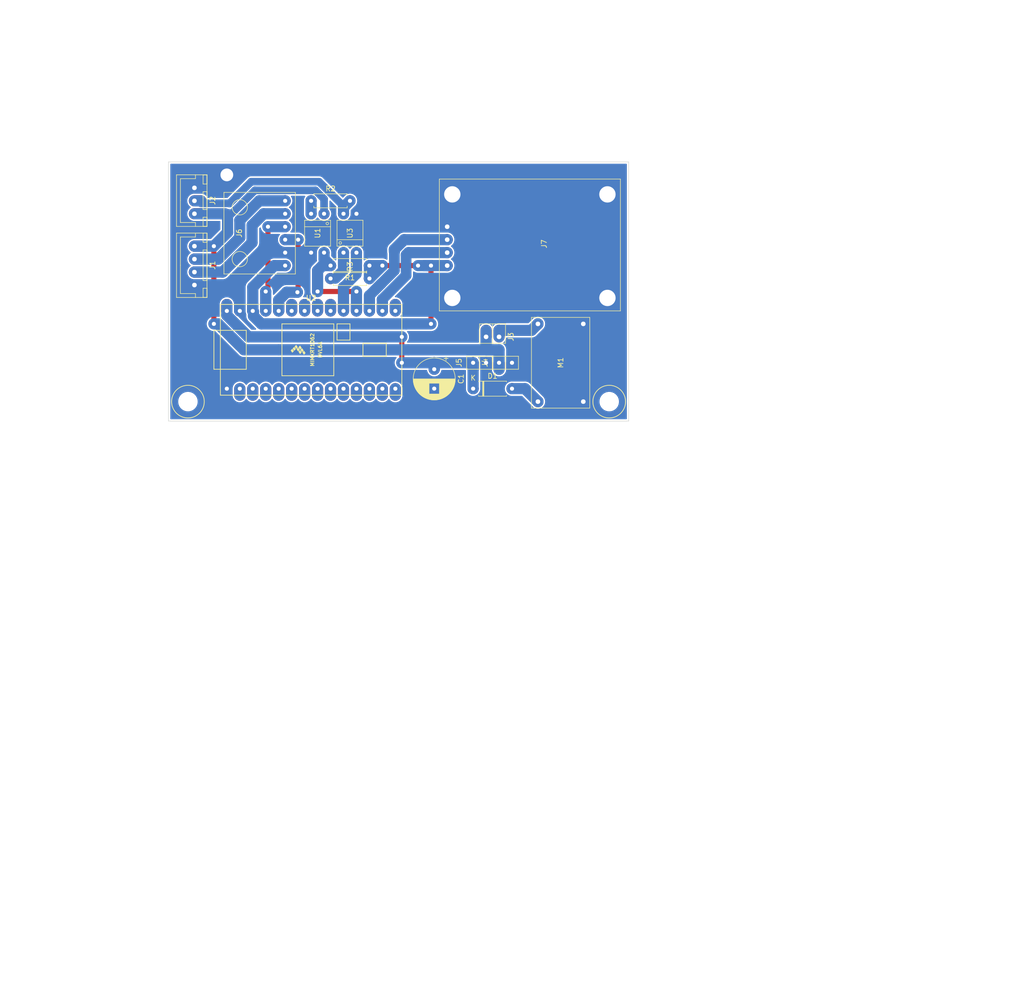
<source format=kicad_pcb>
(kicad_pcb (version 20171130) (host pcbnew "(5.1.6)-1")

  (general
    (thickness 1.6)
    (drawings 6)
    (tracks 139)
    (zones 0)
    (modules 19)
    (nets 36)
  )

  (page A4)
  (layers
    (0 F.Cu signal)
    (31 B.Cu signal)
    (32 B.Adhes user)
    (33 F.Adhes user)
    (34 B.Paste user)
    (35 F.Paste user)
    (36 B.SilkS user)
    (37 F.SilkS user)
    (38 B.Mask user)
    (39 F.Mask user)
    (40 Dwgs.User user)
    (41 Cmts.User user)
    (42 Eco1.User user)
    (43 Eco2.User user)
    (44 Edge.Cuts user)
    (45 Margin user)
    (46 B.CrtYd user)
    (47 F.CrtYd user)
    (48 B.Fab user)
    (49 F.Fab user)
  )

  (setup
    (last_trace_width 1)
    (user_trace_width 1)
    (user_trace_width 1.5)
    (user_trace_width 2)
    (user_trace_width 2.1)
    (user_trace_width 2.2)
    (trace_clearance 0.2)
    (zone_clearance 0.508)
    (zone_45_only no)
    (trace_min 0.2)
    (via_size 0.8)
    (via_drill 0.4)
    (via_min_size 0.4)
    (via_min_drill 0.3)
    (user_via 2 0.8)
    (user_via 3.1 3)
    (uvia_size 0.3)
    (uvia_drill 0.1)
    (uvias_allowed no)
    (uvia_min_size 0.2)
    (uvia_min_drill 0.1)
    (edge_width 0.1)
    (segment_width 0.2)
    (pcb_text_width 0.3)
    (pcb_text_size 1.5 1.5)
    (mod_edge_width 0.15)
    (mod_text_size 1 1)
    (mod_text_width 0.15)
    (pad_size 3.2 3.2)
    (pad_drill 3.2)
    (pad_to_mask_clearance 0)
    (aux_axis_origin 0 0)
    (visible_elements 7FFFFFFF)
    (pcbplotparams
      (layerselection 0x010fc_ffffffff)
      (usegerberextensions false)
      (usegerberattributes true)
      (usegerberadvancedattributes true)
      (creategerberjobfile true)
      (excludeedgelayer true)
      (linewidth 0.100000)
      (plotframeref false)
      (viasonmask false)
      (mode 1)
      (useauxorigin false)
      (hpglpennumber 1)
      (hpglpenspeed 20)
      (hpglpendiameter 15.000000)
      (psnegative false)
      (psa4output false)
      (plotreference true)
      (plotvalue true)
      (plotinvisibletext false)
      (padsonsilk false)
      (subtractmaskfromsilk false)
      (outputformat 1)
      (mirror false)
      (drillshape 1)
      (scaleselection 1)
      (outputdirectory ""))
  )

  (net 0 "")
  (net 1 +5V)
  (net 2 GND)
  (net 3 "Net-(D1-Pad2)")
  (net 4 +12V)
  (net 5 CANL)
  (net 6 CANH)
  (net 7 ST1)
  (net 8 "Net-(J3-Pad1)")
  (net 9 +3V3)
  (net 10 CRX)
  (net 11 CTX)
  (net 12 RX3)
  (net 13 TX3)
  (net 14 "Net-(R2-Pad1)")
  (net 15 "Net-(R3-Pad1)")
  (net 16 "Net-(U2-Pad15)")
  (net 17 "Net-(U2-Pad14)")
  (net 18 "Net-(U2-Pad20)")
  (net 19 "Net-(U2-Pad23)")
  (net 20 "Net-(U2-Pad13)")
  (net 21 "Net-(U2-Pad12)")
  (net 22 "Net-(U2-Pad11)")
  (net 23 "Net-(U2-Pad10)")
  (net 24 "Net-(U2-Pad9)")
  (net 25 EN_NMEA200)
  (net 26 EN_SEATALK)
  (net 27 "Net-(U2-Pad6)")
  (net 28 "Net-(U2-Pad5)")
  (net 29 "Net-(U2-Pad4)")
  (net 30 "Net-(U2-Pad8)")
  (net 31 "Net-(U2-Pad7)")
  (net 32 RX4)
  (net 33 TX4)
  (net 34 "Net-(U2-Pad3)")
  (net 35 "Net-(U2-Pad2)")

  (net_class Default "This is the default net class."
    (clearance 0.2)
    (trace_width 0.25)
    (via_dia 0.8)
    (via_drill 0.4)
    (uvia_dia 0.3)
    (uvia_drill 0.1)
    (add_net +12V)
    (add_net +3V3)
    (add_net +5V)
    (add_net CANH)
    (add_net CANL)
    (add_net CRX)
    (add_net CTX)
    (add_net EN_NMEA200)
    (add_net EN_SEATALK)
    (add_net GND)
    (add_net "Net-(D1-Pad2)")
    (add_net "Net-(J3-Pad1)")
    (add_net "Net-(R2-Pad1)")
    (add_net "Net-(R3-Pad1)")
    (add_net "Net-(U2-Pad10)")
    (add_net "Net-(U2-Pad11)")
    (add_net "Net-(U2-Pad12)")
    (add_net "Net-(U2-Pad13)")
    (add_net "Net-(U2-Pad14)")
    (add_net "Net-(U2-Pad15)")
    (add_net "Net-(U2-Pad2)")
    (add_net "Net-(U2-Pad20)")
    (add_net "Net-(U2-Pad23)")
    (add_net "Net-(U2-Pad3)")
    (add_net "Net-(U2-Pad4)")
    (add_net "Net-(U2-Pad5)")
    (add_net "Net-(U2-Pad6)")
    (add_net "Net-(U2-Pad7)")
    (add_net "Net-(U2-Pad8)")
    (add_net "Net-(U2-Pad9)")
    (add_net RX3)
    (add_net RX4)
    (add_net ST1)
    (add_net TX3)
    (add_net TX4)
  )

  (module 0_my_footprints:myMountingHole_2.5mm (layer F.Cu) (tedit 64C5A32E) (tstamp 699CFA0E)
    (at 5.08 29.21)
    (descr "Mounting Hole 2.5mm, no annular")
    (tags "mounting hole 2.5mm no annular")
    (attr virtual)
    (fp_text reference REF** (at 0 -3.5) (layer B.Fab)
      (effects (font (size 1 1) (thickness 0.15)))
    )
    (fp_text value myMountingHole_2.5mm (at 0 3.5) (layer B.Fab)
      (effects (font (size 1 1) (thickness 0.15)))
    )
    (fp_circle (center 0 0) (end 2.5 0) (layer B.Fab) (width 0.15))
    (pad 1 np_thru_hole circle (at 0 0) (size 2.5 2.5) (drill 2.5) (layers *.Cu *.Mask))
  )

  (module 0_my_footprints2:neo6m (layer F.Cu) (tedit 699C8C74) (tstamp 69972535)
    (at 48.26 39.37 270)
    (path /69A3F90A)
    (fp_text reference J7 (at 3.37 -18.99 90) (layer F.SilkS)
      (effects (font (size 1 1) (thickness 0.15)))
    )
    (fp_text value NEO6M (at 3.08 -17.05 90) (layer F.Fab)
      (effects (font (size 1 1) (thickness 0.15)))
    )
    (fp_line (start -9.34 -33.94) (end 16.5 -33.94) (layer F.SilkS) (width 0.12))
    (fp_line (start -9.34 1.54) (end -9.34 -33.94) (layer F.SilkS) (width 0.12))
    (fp_line (start 16.5 1.54) (end -9.34 1.54) (layer F.SilkS) (width 0.12))
    (fp_line (start 16.5 1.54) (end 16.5 -33.94) (layer F.SilkS) (width 0.12))
    (fp_line (start 13.96 1.54) (end 16.5 1.54) (layer Dwgs.User) (width 0.12))
    (fp_line (start 13.96 -1) (end 13.96 1.54) (layer Dwgs.User) (width 0.12))
    (fp_circle (center 13.96 -31.4) (end 15.46 -31.4) (layer Eco1.User) (width 0.12))
    (fp_circle (center 13.96 -1) (end 15.46 -1) (layer Eco1.User) (width 0.12))
    (fp_circle (center -6.34 -1) (end -4.84 -1) (layer Eco1.User) (width 0.12))
    (fp_circle (center -6.34 -31.4) (end -4.84 -31.4) (layer Eco1.User) (width 0.12))
    (fp_line (start -6.34 -1) (end -6.34 -31.4) (layer Dwgs.User) (width 0.12))
    (fp_line (start 13.96 -1) (end 13.96 -31.4) (layer Dwgs.User) (width 0.12))
    (fp_line (start -6.34 -1) (end 13.96 -1) (layer Dwgs.User) (width 0.12))
    (fp_line (start 0 -1) (end -6.34 -1) (layer Dwgs.User) (width 0.12))
    (fp_line (start 0 0) (end 0 -1) (layer Dwgs.User) (width 0.12))
    (pad 1 thru_hole circle (at -6.34 -1 270) (size 3.3 3.3) (drill 3.2) (layers *.Cu *.Mask)
      (net 2 GND))
    (pad 1 thru_hole circle (at 13.96 -1 270) (size 3.3 3.3) (drill 3.2) (layers *.Cu *.Mask)
      (net 2 GND))
    (pad 1 thru_hole circle (at 13.96 -31.4 270) (size 3.3 3.3) (drill 3.2) (layers *.Cu *.Mask)
      (net 2 GND))
    (pad 1 thru_hole circle (at -6.34 -31.4 270) (size 3.3 3.3) (drill 3.2) (layers *.Cu *.Mask)
      (net 2 GND))
    (pad 4 thru_hole circle (at 7.62 0 270) (size 2.2 2.2) (drill 0.9) (layers *.Cu *.Mask)
      (net 9 +3V3))
    (pad 3 thru_hole circle (at 5.08 0 270) (size 2.2 2.2) (drill 0.9) (layers *.Cu *.Mask)
      (net 13 TX3))
    (pad 2 thru_hole circle (at 2.54 0 270) (size 2.2 2.2) (drill 0.9) (layers *.Cu *.Mask)
      (net 12 RX3))
    (pad 1 thru_hole circle (at 0 0 270) (size 2.2 2.2) (drill 0.9) (layers *.Cu *.Mask)
      (net 2 GND))
    (model C:/src/kiCad/libraries/my_3d_files/neo6m.step
      (offset (xyz 0 0 3.5))
      (scale (xyz 1 1 1))
      (rotate (xyz 0 0 0))
    )
  )

  (module 0_my_footprints:myResistor (layer F.Cu) (tedit 663A7FBA) (tstamp 69972589)
    (at 21.59 34.29)
    (descr "Resistor, Axial_DIN0207 series, Axial, Horizontal, pin pitch=7.62mm, 0.25W = 1/4W, length*diameter=6.3*2.5mm^2, http://cdn-reichelt.de/documents/datenblatt/B400/1_4W%23YAG.pdf")
    (tags "Resistor Axial_DIN0207 series Axial Horizontal pin pitch 7.62mm 0.25W = 1/4W length 6.3mm diameter 2.5mm")
    (path /68211A3C)
    (fp_text reference R2 (at 3.81 -2.37) (layer F.SilkS)
      (effects (font (size 1 1) (thickness 0.15)))
    )
    (fp_text value 4.7K (at 3.81 2.37) (layer F.Fab)
      (effects (font (size 1 1) (thickness 0.15)))
    )
    (fp_line (start 8.67 -1.5) (end -1.05 -1.5) (layer F.CrtYd) (width 0.05))
    (fp_line (start 8.67 1.5) (end 8.67 -1.5) (layer F.CrtYd) (width 0.05))
    (fp_line (start -1.05 1.5) (end 8.67 1.5) (layer F.CrtYd) (width 0.05))
    (fp_line (start -1.05 -1.5) (end -1.05 1.5) (layer F.CrtYd) (width 0.05))
    (fp_line (start 7.08 1.37) (end 7.08 1.04) (layer F.SilkS) (width 0.12))
    (fp_line (start 0.54 1.37) (end 7.08 1.37) (layer F.SilkS) (width 0.12))
    (fp_line (start 0.54 1.04) (end 0.54 1.37) (layer F.SilkS) (width 0.12))
    (fp_line (start 7.08 -1.37) (end 7.08 -1.04) (layer F.SilkS) (width 0.12))
    (fp_line (start 0.54 -1.37) (end 7.08 -1.37) (layer F.SilkS) (width 0.12))
    (fp_line (start 0.54 -1.04) (end 0.54 -1.37) (layer F.SilkS) (width 0.12))
    (fp_line (start 7.62 0) (end 6.96 0) (layer F.Fab) (width 0.1))
    (fp_line (start 0 0) (end 0.66 0) (layer F.Fab) (width 0.1))
    (fp_line (start 6.96 -1.25) (end 0.66 -1.25) (layer F.Fab) (width 0.1))
    (fp_line (start 6.96 1.25) (end 6.96 -1.25) (layer F.Fab) (width 0.1))
    (fp_line (start 0.66 1.25) (end 6.96 1.25) (layer F.Fab) (width 0.1))
    (fp_line (start 0.66 -1.25) (end 0.66 1.25) (layer F.Fab) (width 0.1))
    (fp_text user %R (at 3.81 0) (layer F.Fab)
      (effects (font (size 1 1) (thickness 0.15)))
    )
    (pad 1 thru_hole circle (at 0 0) (size 2.2 2.2) (drill 0.8) (layers *.Cu *.Mask)
      (net 14 "Net-(R2-Pad1)"))
    (pad 2 thru_hole circle (at 7.62 0) (size 2.2 2.2) (drill 0.8) (layers *.Cu *.Mask)
      (net 7 ST1))
    (model ${KISYS3DMOD}/Resistor_THT.3dshapes/R_Axial_DIN0207_L6.3mm_D2.5mm_P7.62mm_Horizontal.wrl
      (at (xyz 0 0 0))
      (scale (xyz 1 1 1))
      (rotate (xyz 0 0 0))
    )
  )

  (module 0_my_footprints2:JST3 (layer F.Cu) (tedit 66364B27) (tstamp 699CCCB2)
    (at -1.27 31.75 270)
    (descr "2.54mm JST connector with bigger pads")
    (path /691B72AF)
    (fp_text reference J2 (at 2.5 -3.55 90) (layer F.SilkS)
      (effects (font (size 1 1) (thickness 0.15)))
    )
    (fp_text value SEATALK (at 2.5 4.6 90) (layer F.Fab)
      (effects (font (size 1 1) (thickness 0.15)))
    )
    (fp_line (start -2.56 -2.46) (end -2.56 3.51) (layer F.SilkS) (width 0.12))
    (fp_line (start -2.56 3.51) (end 7.56 3.51) (layer F.SilkS) (width 0.12))
    (fp_line (start 7.56 3.51) (end 7.56 -2.46) (layer F.SilkS) (width 0.12))
    (fp_line (start 7.56 -2.46) (end -2.56 -2.46) (layer F.SilkS) (width 0.12))
    (fp_line (start 0.75 -2.45) (end 0.75 -1.7) (layer F.SilkS) (width 0.12))
    (fp_line (start 0.75 -1.7) (end 4.25 -1.7) (layer F.SilkS) (width 0.12))
    (fp_line (start 4.25 -1.7) (end 4.25 -2.45) (layer F.SilkS) (width 0.12))
    (fp_line (start 4.25 -2.45) (end 0.75 -2.45) (layer F.SilkS) (width 0.12))
    (fp_line (start -2.55 -2.45) (end -2.55 -1.7) (layer F.SilkS) (width 0.12))
    (fp_line (start -2.55 -1.7) (end -0.75 -1.7) (layer F.SilkS) (width 0.12))
    (fp_line (start -0.75 -1.7) (end -0.75 -2.45) (layer F.SilkS) (width 0.12))
    (fp_line (start -0.75 -2.45) (end -2.55 -2.45) (layer F.SilkS) (width 0.12))
    (fp_line (start 5.75 -2.45) (end 5.75 -1.7) (layer F.SilkS) (width 0.12))
    (fp_line (start 5.75 -1.7) (end 7.55 -1.7) (layer F.SilkS) (width 0.12))
    (fp_line (start 7.55 -1.7) (end 7.55 -2.45) (layer F.SilkS) (width 0.12))
    (fp_line (start 7.55 -2.45) (end 5.75 -2.45) (layer F.SilkS) (width 0.12))
    (fp_line (start -2.55 -0.2) (end -1.8 -0.2) (layer F.SilkS) (width 0.12))
    (fp_line (start -1.8 -0.2) (end -1.8 2.75) (layer F.SilkS) (width 0.12))
    (fp_line (start -1.8 2.75) (end 2.5 2.75) (layer F.SilkS) (width 0.12))
    (fp_line (start 7.55 -0.2) (end 6.8 -0.2) (layer F.SilkS) (width 0.12))
    (fp_line (start 6.8 -0.2) (end 6.8 2.75) (layer F.SilkS) (width 0.12))
    (fp_line (start 6.8 2.75) (end 2.5 2.75) (layer F.SilkS) (width 0.12))
    (pad 1 thru_hole oval (at 0 0 270) (size 2.2 3.47) (drill 0.9 (offset 0 -0.635)) (layers *.Cu *.Mask)
      (net 2 GND))
    (pad 2 thru_hole oval (at 2.54 0 270) (size 2.2 3.47) (drill 0.9 (offset 0 -0.635)) (layers *.Cu *.Mask)
      (net 7 ST1))
    (pad 3 thru_hole oval (at 5.08 0 270) (size 2.2 3.47) (drill 0.9 (offset 0 -0.635)) (layers *.Cu *.Mask)
      (net 4 +12V))
    (model ${KISYS3DMOD}/Connector_JST.3dshapes/JST_XH_B3B-XH-A_1x03_P2.50mm_Vertical.wrl
      (at (xyz 0 0 0))
      (scale (xyz 1 1 1))
      (rotate (xyz 0 0 0))
    )
  )

  (module 0_my_teensy:teensy40 (layer F.Cu) (tedit 68B71261) (tstamp 699725EF)
    (at 5.08 71.12)
    (descr "modified teensy 4.0 with bigger pads")
    (path /681E4C83)
    (fp_text reference U2 (at 16.51 -17.78) (layer F.SilkS)
      (effects (font (size 1 1) (thickness 0.15)))
    )
    (fp_text value myTeensy4.0 (at 16.51 2.54) (layer F.Fab)
      (effects (font (size 1 1) (thickness 0.15)))
    )
    (fp_poly (pts (xy 12.573 -7.493) (xy 12.827 -7.747) (xy 13.081 -7.366) (xy 12.827 -7.112)) (layer F.SilkS) (width 0.1))
    (fp_poly (pts (xy 12.954 -7.874) (xy 13.208 -8.128) (xy 13.462 -7.747) (xy 13.208 -7.493)) (layer F.SilkS) (width 0.1))
    (fp_poly (pts (xy 14.859 -7.112) (xy 15.113 -7.366) (xy 15.367 -6.985) (xy 15.113 -6.731)) (layer F.SilkS) (width 0.1))
    (fp_poly (pts (xy 14.478 -7.62) (xy 14.732 -7.874) (xy 14.986 -7.493) (xy 14.732 -7.239)) (layer F.SilkS) (width 0.1))
    (fp_poly (pts (xy 14.097 -8.128) (xy 14.351 -8.382) (xy 14.605 -8.001) (xy 14.351 -7.747)) (layer F.SilkS) (width 0.1))
    (fp_poly (pts (xy 14.097 -7.239) (xy 14.351 -7.493) (xy 14.605 -7.112) (xy 14.351 -6.858)) (layer F.SilkS) (width 0.1))
    (fp_poly (pts (xy 13.716 -7.747) (xy 13.97 -8.001) (xy 14.224 -7.62) (xy 13.97 -7.366)) (layer F.SilkS) (width 0.1))
    (fp_poly (pts (xy 13.335 -8.255) (xy 13.589 -8.509) (xy 13.843 -8.128) (xy 13.589 -7.874)) (layer F.SilkS) (width 0.1))
    (fp_line (start 21.59 -9.525) (end 21.59 -12.7) (layer F.SilkS) (width 0.15))
    (fp_line (start 24.13 -9.525) (end 21.59 -9.525) (layer F.SilkS) (width 0.15))
    (fp_line (start 24.13 -12.7) (end 24.13 -9.525) (layer F.SilkS) (width 0.15))
    (fp_line (start 21.59 -12.7) (end 24.13 -12.7) (layer F.SilkS) (width 0.15))
    (fp_line (start -1.27 1.27) (end -1.27 -16.51) (layer F.SilkS) (width 0.15))
    (fp_line (start 34.29 1.27) (end -1.27 1.27) (layer F.SilkS) (width 0.15))
    (fp_line (start 34.29 -16.51) (end 34.29 1.27) (layer F.SilkS) (width 0.15))
    (fp_line (start -1.27 -16.51) (end 34.29 -16.51) (layer F.SilkS) (width 0.15))
    (fp_line (start 20.955 -2.54) (end 10.795 -2.54) (layer F.SilkS) (width 0.15))
    (fp_line (start 20.955 -12.7) (end 10.795 -12.7) (layer F.SilkS) (width 0.15))
    (fp_line (start 10.795 -12.7) (end 10.795 -2.54) (layer F.SilkS) (width 0.15))
    (fp_line (start 20.955 -2.54) (end 20.955 -12.7) (layer F.SilkS) (width 0.15))
    (fp_line (start 26.67 -8.89) (end 31.242 -8.89) (layer F.SilkS) (width 0.15))
    (fp_line (start 26.67 -6.35) (end 26.67 -8.89) (layer F.SilkS) (width 0.15))
    (fp_line (start 31.242 -6.35) (end 26.67 -6.35) (layer F.SilkS) (width 0.15))
    (fp_line (start 31.242 -8.89) (end 31.242 -6.35) (layer F.SilkS) (width 0.15))
    (fp_line (start 3.81 -3.81) (end -1.27 -3.81) (layer F.SilkS) (width 0.15))
    (fp_line (start 3.81 -11.43) (end -1.27 -11.43) (layer F.SilkS) (width 0.15))
    (fp_line (start 3.81 -3.81) (end 3.81 -11.43) (layer F.SilkS) (width 0.15))
    (fp_line (start -2.54 -11.43) (end -1.27 -11.43) (layer F.SilkS) (width 0.15))
    (fp_line (start -2.54 -3.81) (end -2.54 -11.43) (layer F.SilkS) (width 0.15))
    (fp_line (start -1.27 -3.81) (end -2.54 -3.81) (layer F.SilkS) (width 0.15))
    (fp_text user MIMXRT1062 (at 16.764 -7.62 90) (layer F.SilkS)
      (effects (font (size 0.7 0.7) (thickness 0.15)))
    )
    (fp_text user DVL6A (at 18.288 -7.62 90) (layer F.SilkS)
      (effects (font (size 0.7 0.7) (thickness 0.15)))
    )
    (pad 15 thru_hole oval (at 33.02 -15.24) (size 2.2 3.47) (drill 0.8 (offset 0 -0.635)) (layers *.Cu *.Mask)
      (net 16 "Net-(U2-Pad15)"))
    (pad 14 thru_hole oval (at 33.02 0) (size 2.2 3.47) (drill 0.8 (offset 0 0.635)) (layers *.Cu *.Mask)
      (net 17 "Net-(U2-Pad14)"))
    (pad 16 thru_hole oval (at 30.48 -15.24) (size 2.2 3.47) (drill 0.8 (offset 0 -0.635)) (layers *.Cu *.Mask)
      (net 13 TX3))
    (pad 17 thru_hole oval (at 27.94 -15.24) (size 2.2 3.47) (drill 0.8 (offset 0 -0.635)) (layers *.Cu *.Mask)
      (net 12 RX3))
    (pad 18 thru_hole oval (at 25.4 -15.24) (size 2.2 3.47) (drill 0.8 (offset 0 -0.635)) (layers *.Cu *.Mask)
      (net 32 RX4))
    (pad 19 thru_hole oval (at 22.86 -15.24) (size 2.2 3.47) (drill 0.8 (offset 0 -0.635)) (layers *.Cu *.Mask)
      (net 33 TX4))
    (pad 20 thru_hole oval (at 20.32 -15.24) (size 2.2 3.47) (drill 0.8 (offset 0 -0.635)) (layers *.Cu *.Mask)
      (net 18 "Net-(U2-Pad20)"))
    (pad 21 thru_hole oval (at 17.78 -15.24) (size 2.2 3.47) (drill 0.8 (offset 0 -0.635)) (layers *.Cu *.Mask)
      (net 26 EN_SEATALK))
    (pad 22 thru_hole oval (at 15.24 -15.24) (size 2.2 3.47) (drill 0.8 (offset 0 -0.635)) (layers *.Cu *.Mask)
      (net 25 EN_NMEA200))
    (pad 23 thru_hole oval (at 12.7 -15.24) (size 2.2 3.47) (drill 0.8 (offset 0 -0.635)) (layers *.Cu *.Mask)
      (net 19 "Net-(U2-Pad23)"))
    (pad 24 thru_hole oval (at 10.16 -15.24) (size 2.2 3.47) (drill 0.8 (offset 0 -0.635)) (layers *.Cu *.Mask)
      (net 10 CRX))
    (pad 25 thru_hole oval (at 7.62 -15.24) (size 2.2 3.47) (drill 0.8 (offset 0 -0.635)) (layers *.Cu *.Mask)
      (net 11 CTX))
    (pad 26 thru_hole oval (at 5.08 -15.24) (size 2.2 3.47) (drill 0.8 (offset 0 -0.635)) (layers *.Cu *.Mask)
      (net 9 +3V3))
    (pad 27 thru_hole oval (at 2.54 -15.24) (size 2.2 3.47) (drill 0.8 (offset 0 -0.635)) (layers *.Cu *.Mask)
      (net 2 GND))
    (pad 28 thru_hole oval (at 0 -15.24) (size 2.2 3.47) (drill 0.8 (offset 0 -0.635)) (layers *.Cu *.Mask)
      (net 1 +5V))
    (pad 13 thru_hole oval (at 30.48 0) (size 2.2 3.47) (drill 0.8 (offset 0 0.635)) (layers *.Cu *.Mask)
      (net 20 "Net-(U2-Pad13)"))
    (pad 12 thru_hole oval (at 27.94 0) (size 2.2 3.47) (drill 0.8 (offset 0 0.635)) (layers *.Cu *.Mask)
      (net 21 "Net-(U2-Pad12)"))
    (pad 11 thru_hole oval (at 25.4 0) (size 2.2 3.47) (drill 0.8 (offset 0 0.635)) (layers *.Cu *.Mask)
      (net 22 "Net-(U2-Pad11)"))
    (pad 10 thru_hole oval (at 22.86 0) (size 2.2 3.47) (drill 0.8 (offset 0 0.635)) (layers *.Cu *.Mask)
      (net 23 "Net-(U2-Pad10)"))
    (pad 9 thru_hole oval (at 20.32 0) (size 2.2 3.47) (drill 0.8 (offset 0 0.635)) (layers *.Cu *.Mask)
      (net 24 "Net-(U2-Pad9)"))
    (pad 8 thru_hole oval (at 17.78 0) (size 2.2 3.47) (drill 0.8 (offset 0 0.635)) (layers *.Cu *.Mask)
      (net 30 "Net-(U2-Pad8)"))
    (pad 7 thru_hole oval (at 15.24 0) (size 2.2 3.47) (drill 0.8 (offset 0 0.635)) (layers *.Cu *.Mask)
      (net 31 "Net-(U2-Pad7)"))
    (pad 6 thru_hole oval (at 12.7 0) (size 2.2 3.47) (drill 0.8 (offset 0 0.635)) (layers *.Cu *.Mask)
      (net 27 "Net-(U2-Pad6)"))
    (pad 5 thru_hole oval (at 10.16 0) (size 2.2 3.47) (drill 0.8 (offset 0 0.635)) (layers *.Cu *.Mask)
      (net 28 "Net-(U2-Pad5)"))
    (pad 4 thru_hole oval (at 7.62 0) (size 2.2 3.47) (drill 0.8 (offset 0 0.635)) (layers *.Cu *.Mask)
      (net 29 "Net-(U2-Pad4)"))
    (pad 3 thru_hole oval (at 5.08 0) (size 2.2 3.47) (drill 0.8 (offset 0 0.635)) (layers *.Cu *.Mask)
      (net 34 "Net-(U2-Pad3)"))
    (pad 2 thru_hole oval (at 2.54 0) (size 2.2 3.47) (drill 0.8 (offset 0 0.635)) (layers *.Cu *.Mask)
      (net 35 "Net-(U2-Pad2)"))
    (pad 1 thru_hole oval (at 0 0) (size 2.2 3.47) (drill 0.8 (offset 0 0.635)) (layers *.Cu *.Mask)
      (net 2 GND))
    (model C:/src/kiCad/libraries/my_3d_files/Teensy_4.0_Assembly.STEP
      (offset (xyz 49.5 17.01 -2))
      (scale (xyz 1 1 1))
      (rotate (xyz -90 0 0))
    )
    (model C:/src/kiCad/libraries/my_3d_files/pinSockets/myPinSocket_1x14.step
      (at (xyz 0 0 0))
      (scale (xyz 1 1 1))
      (rotate (xyz 0 0 -90))
    )
    (model C:/src/kiCad/libraries/my_3d_files/pinSockets/myPinSocket_1x14.step
      (offset (xyz 0 15.24 0))
      (scale (xyz 1 1 1))
      (rotate (xyz 0 0 -90))
    )
    (model C:/src/kiCad/libraries/my_3d_files/pinSockets/myPinSocket_1x01.step
      (offset (xyz 33.02 2.54 0))
      (scale (xyz 1 1 1))
      (rotate (xyz 0 0 0))
    )
    (model C:/src/kiCad/libraries/my_3d_files/Teensy40.step
      (offset (xyz 17.5 7.52 9))
      (scale (xyz 1 1 1))
      (rotate (xyz 0 0 -90))
    )
  )

  (module 0_my_footprints:myMountingHole_3.2mm_M3 (layer F.Cu) (tedit 669BF647) (tstamp 6997F1C2)
    (at 80.01 73.66)
    (descr "Mounting Hole 3.2mm, no annular, M3")
    (tags "mounting hole 3.2mm no annular m3")
    (attr virtual)
    (fp_text reference REF** (at 0 -4.2) (layer B.Fab)
      (effects (font (size 1 1) (thickness 0.15)))
    )
    (fp_text value myMountingHole_3.2mm_M3 (at 0 4.2) (layer B.Fab)
      (effects (font (size 1 1) (thickness 0.15)))
    )
    (fp_circle (center 0 0) (end 3.2 0) (layer F.SilkS) (width 0.15))
    (pad "" np_thru_hole circle (at 0 0) (size 3.2 3.2) (drill 3.2) (layers *.Cu *.Mask))
  )

  (module 0_my_footprints:myMountingHole_3.2mm_M3 (layer F.Cu) (tedit 669BF647) (tstamp 6997F1C2)
    (at -2.54 73.66)
    (descr "Mounting Hole 3.2mm, no annular, M3")
    (tags "mounting hole 3.2mm no annular m3")
    (attr virtual)
    (fp_text reference REF** (at 0 -4.2) (layer B.Fab)
      (effects (font (size 1 1) (thickness 0.15)))
    )
    (fp_text value myMountingHole_3.2mm_M3 (at 0 4.2) (layer B.Fab)
      (effects (font (size 1 1) (thickness 0.15)))
    )
    (fp_circle (center 0 0) (end 3.2 0) (layer F.SilkS) (width 0.15))
    (pad "" np_thru_hole circle (at 0 0) (size 3.2 3.2) (drill 3.2) (layers *.Cu *.Mask))
  )

  (module 0_my_footprints2:CP_my100uf (layer F.Cu) (tedit 669520F6) (tstamp 69972492)
    (at 45.72 67.31 270)
    (descr "CP, Radial series, Radial, pin pitch=3.80mm, , diameter=8mm, Electrolytic Capacitor")
    (tags "CP Radial series Radial pin pitch 3.80mm  diameter 8mm Electrolytic Capacitor")
    (path /68D022FD)
    (fp_text reference C1 (at 1.9 -5.25 90) (layer F.SilkS)
      (effects (font (size 1 1) (thickness 0.15)))
    )
    (fp_text value 100uf (at 2.54 5.25 90) (layer F.Fab)
      (effects (font (size 1 1) (thickness 0.15)))
    )
    (fp_circle (center 1.9 0) (end 5.9 0) (layer F.Fab) (width 0.1))
    (fp_circle (center 1.9 0) (end 6.02 0) (layer F.SilkS) (width 0.12))
    (fp_circle (center 1.9 0) (end 6.15 0) (layer F.CrtYd) (width 0.05))
    (fp_line (start -1.526759 -1.7475) (end -0.726759 -1.7475) (layer F.Fab) (width 0.1))
    (fp_line (start -1.126759 -2.1475) (end -1.126759 -1.3475) (layer F.Fab) (width 0.1))
    (fp_line (start 1.9 -4.08) (end 1.9 4.08) (layer F.SilkS) (width 0.12))
    (fp_line (start 1.94 -4.08) (end 1.94 4.08) (layer F.SilkS) (width 0.12))
    (fp_line (start 1.98 -4.08) (end 1.98 4.08) (layer F.SilkS) (width 0.12))
    (fp_line (start 2.02 -4.079) (end 2.02 4.079) (layer F.SilkS) (width 0.12))
    (fp_line (start 2.06 -4.077) (end 2.06 4.077) (layer F.SilkS) (width 0.12))
    (fp_line (start 2.1 -4.076) (end 2.1 4.076) (layer F.SilkS) (width 0.12))
    (fp_line (start 2.14 -4.074) (end 2.14 4.074) (layer F.SilkS) (width 0.12))
    (fp_line (start 2.18 -4.071) (end 2.18 4.071) (layer F.SilkS) (width 0.12))
    (fp_line (start 2.22 -4.068) (end 2.22 4.068) (layer F.SilkS) (width 0.12))
    (fp_line (start 2.26 -4.065) (end 2.26 4.065) (layer F.SilkS) (width 0.12))
    (fp_line (start 2.3 -4.061) (end 2.3 4.061) (layer F.SilkS) (width 0.12))
    (fp_line (start 2.34 -4.057) (end 2.34 4.057) (layer F.SilkS) (width 0.12))
    (fp_line (start 2.38 -4.052) (end 2.38 4.052) (layer F.SilkS) (width 0.12))
    (fp_line (start 2.42 -4.048) (end 2.42 4.048) (layer F.SilkS) (width 0.12))
    (fp_line (start 2.46 -4.042) (end 2.46 4.042) (layer F.SilkS) (width 0.12))
    (fp_line (start 2.5 -4.037) (end 2.5 4.037) (layer F.SilkS) (width 0.12))
    (fp_line (start 2.54 -4.03) (end 2.54 4.03) (layer F.SilkS) (width 0.12))
    (fp_line (start 2.58 -4.024) (end 2.58 4.024) (layer F.SilkS) (width 0.12))
    (fp_line (start 2.621 -4.017) (end 2.621 4.017) (layer F.SilkS) (width 0.12))
    (fp_line (start 2.661 -4.01) (end 2.661 4.01) (layer F.SilkS) (width 0.12))
    (fp_line (start 2.701 -4.002) (end 2.701 4.002) (layer F.SilkS) (width 0.12))
    (fp_line (start 2.741 -3.994) (end 2.741 3.994) (layer F.SilkS) (width 0.12))
    (fp_line (start 2.781 -3.985) (end 2.781 -1.04) (layer F.SilkS) (width 0.12))
    (fp_line (start 2.781 1.04) (end 2.781 3.985) (layer F.SilkS) (width 0.12))
    (fp_line (start 2.821 -3.976) (end 2.821 -1.04) (layer F.SilkS) (width 0.12))
    (fp_line (start 2.821 1.04) (end 2.821 3.976) (layer F.SilkS) (width 0.12))
    (fp_line (start 2.861 -3.967) (end 2.861 -1.04) (layer F.SilkS) (width 0.12))
    (fp_line (start 2.861 1.04) (end 2.861 3.967) (layer F.SilkS) (width 0.12))
    (fp_line (start 2.901 -3.957) (end 2.901 -1.04) (layer F.SilkS) (width 0.12))
    (fp_line (start 2.901 1.04) (end 2.901 3.957) (layer F.SilkS) (width 0.12))
    (fp_line (start 2.941 -3.947) (end 2.941 -1.04) (layer F.SilkS) (width 0.12))
    (fp_line (start 2.941 1.04) (end 2.941 3.947) (layer F.SilkS) (width 0.12))
    (fp_line (start 2.981 -3.936) (end 2.981 -1.04) (layer F.SilkS) (width 0.12))
    (fp_line (start 2.981 1.04) (end 2.981 3.936) (layer F.SilkS) (width 0.12))
    (fp_line (start 3.021 -3.925) (end 3.021 -1.04) (layer F.SilkS) (width 0.12))
    (fp_line (start 3.021 1.04) (end 3.021 3.925) (layer F.SilkS) (width 0.12))
    (fp_line (start 3.061 -3.914) (end 3.061 -1.04) (layer F.SilkS) (width 0.12))
    (fp_line (start 3.061 1.04) (end 3.061 3.914) (layer F.SilkS) (width 0.12))
    (fp_line (start 3.101 -3.902) (end 3.101 -1.04) (layer F.SilkS) (width 0.12))
    (fp_line (start 3.101 1.04) (end 3.101 3.902) (layer F.SilkS) (width 0.12))
    (fp_line (start 3.141 -3.889) (end 3.141 -1.04) (layer F.SilkS) (width 0.12))
    (fp_line (start 3.141 1.04) (end 3.141 3.889) (layer F.SilkS) (width 0.12))
    (fp_line (start 3.181 -3.877) (end 3.181 -1.04) (layer F.SilkS) (width 0.12))
    (fp_line (start 3.181 1.04) (end 3.181 3.877) (layer F.SilkS) (width 0.12))
    (fp_line (start 3.221 -3.863) (end 3.221 -1.04) (layer F.SilkS) (width 0.12))
    (fp_line (start 3.221 1.04) (end 3.221 3.863) (layer F.SilkS) (width 0.12))
    (fp_line (start 3.261 -3.85) (end 3.261 -1.04) (layer F.SilkS) (width 0.12))
    (fp_line (start 3.261 1.04) (end 3.261 3.85) (layer F.SilkS) (width 0.12))
    (fp_line (start 3.301 -3.835) (end 3.301 -1.04) (layer F.SilkS) (width 0.12))
    (fp_line (start 3.301 1.04) (end 3.301 3.835) (layer F.SilkS) (width 0.12))
    (fp_line (start 3.341 -3.821) (end 3.341 -1.04) (layer F.SilkS) (width 0.12))
    (fp_line (start 3.341 1.04) (end 3.341 3.821) (layer F.SilkS) (width 0.12))
    (fp_line (start 3.381 -3.805) (end 3.381 -1.04) (layer F.SilkS) (width 0.12))
    (fp_line (start 3.381 1.04) (end 3.381 3.805) (layer F.SilkS) (width 0.12))
    (fp_line (start 3.421 -3.79) (end 3.421 -1.04) (layer F.SilkS) (width 0.12))
    (fp_line (start 3.421 1.04) (end 3.421 3.79) (layer F.SilkS) (width 0.12))
    (fp_line (start 3.461 -3.774) (end 3.461 -1.04) (layer F.SilkS) (width 0.12))
    (fp_line (start 3.461 1.04) (end 3.461 3.774) (layer F.SilkS) (width 0.12))
    (fp_line (start 3.501 -3.757) (end 3.501 -1.04) (layer F.SilkS) (width 0.12))
    (fp_line (start 3.501 1.04) (end 3.501 3.757) (layer F.SilkS) (width 0.12))
    (fp_line (start 3.541 -3.74) (end 3.541 -1.04) (layer F.SilkS) (width 0.12))
    (fp_line (start 3.541 1.04) (end 3.541 3.74) (layer F.SilkS) (width 0.12))
    (fp_line (start 3.581 -3.722) (end 3.581 -1.04) (layer F.SilkS) (width 0.12))
    (fp_line (start 3.581 1.04) (end 3.581 3.722) (layer F.SilkS) (width 0.12))
    (fp_line (start 3.621 -3.704) (end 3.621 -1.04) (layer F.SilkS) (width 0.12))
    (fp_line (start 3.621 1.04) (end 3.621 3.704) (layer F.SilkS) (width 0.12))
    (fp_line (start 3.661 -3.686) (end 3.661 -1.04) (layer F.SilkS) (width 0.12))
    (fp_line (start 3.661 1.04) (end 3.661 3.686) (layer F.SilkS) (width 0.12))
    (fp_line (start 3.701 -3.666) (end 3.701 -1.04) (layer F.SilkS) (width 0.12))
    (fp_line (start 3.701 1.04) (end 3.701 3.666) (layer F.SilkS) (width 0.12))
    (fp_line (start 3.741 -3.647) (end 3.741 -1.04) (layer F.SilkS) (width 0.12))
    (fp_line (start 3.741 1.04) (end 3.741 3.647) (layer F.SilkS) (width 0.12))
    (fp_line (start 3.781 -3.627) (end 3.781 -1.04) (layer F.SilkS) (width 0.12))
    (fp_line (start 3.781 1.04) (end 3.781 3.627) (layer F.SilkS) (width 0.12))
    (fp_line (start 3.821 -3.606) (end 3.821 -1.04) (layer F.SilkS) (width 0.12))
    (fp_line (start 3.821 1.04) (end 3.821 3.606) (layer F.SilkS) (width 0.12))
    (fp_line (start 3.861 -3.584) (end 3.861 -1.04) (layer F.SilkS) (width 0.12))
    (fp_line (start 3.861 1.04) (end 3.861 3.584) (layer F.SilkS) (width 0.12))
    (fp_line (start 3.901 -3.562) (end 3.901 -1.04) (layer F.SilkS) (width 0.12))
    (fp_line (start 3.901 1.04) (end 3.901 3.562) (layer F.SilkS) (width 0.12))
    (fp_line (start 3.941 -3.54) (end 3.941 -1.04) (layer F.SilkS) (width 0.12))
    (fp_line (start 3.941 1.04) (end 3.941 3.54) (layer F.SilkS) (width 0.12))
    (fp_line (start 3.981 -3.517) (end 3.981 -1.04) (layer F.SilkS) (width 0.12))
    (fp_line (start 3.981 1.04) (end 3.981 3.517) (layer F.SilkS) (width 0.12))
    (fp_line (start 4.021 -3.493) (end 4.021 -1.04) (layer F.SilkS) (width 0.12))
    (fp_line (start 4.021 1.04) (end 4.021 3.493) (layer F.SilkS) (width 0.12))
    (fp_line (start 4.061 -3.469) (end 4.061 -1.04) (layer F.SilkS) (width 0.12))
    (fp_line (start 4.061 1.04) (end 4.061 3.469) (layer F.SilkS) (width 0.12))
    (fp_line (start 4.101 -3.444) (end 4.101 -1.04) (layer F.SilkS) (width 0.12))
    (fp_line (start 4.101 1.04) (end 4.101 3.444) (layer F.SilkS) (width 0.12))
    (fp_line (start 4.141 -3.418) (end 4.141 -1.04) (layer F.SilkS) (width 0.12))
    (fp_line (start 4.141 1.04) (end 4.141 3.418) (layer F.SilkS) (width 0.12))
    (fp_line (start 4.181 -3.392) (end 4.181 -1.04) (layer F.SilkS) (width 0.12))
    (fp_line (start 4.181 1.04) (end 4.181 3.392) (layer F.SilkS) (width 0.12))
    (fp_line (start 4.221 -3.365) (end 4.221 -1.04) (layer F.SilkS) (width 0.12))
    (fp_line (start 4.221 1.04) (end 4.221 3.365) (layer F.SilkS) (width 0.12))
    (fp_line (start 4.261 -3.338) (end 4.261 -1.04) (layer F.SilkS) (width 0.12))
    (fp_line (start 4.261 1.04) (end 4.261 3.338) (layer F.SilkS) (width 0.12))
    (fp_line (start 4.301 -3.309) (end 4.301 -1.04) (layer F.SilkS) (width 0.12))
    (fp_line (start 4.301 1.04) (end 4.301 3.309) (layer F.SilkS) (width 0.12))
    (fp_line (start 4.341 -3.28) (end 4.341 -1.04) (layer F.SilkS) (width 0.12))
    (fp_line (start 4.341 1.04) (end 4.341 3.28) (layer F.SilkS) (width 0.12))
    (fp_line (start 4.381 -3.25) (end 4.381 -1.04) (layer F.SilkS) (width 0.12))
    (fp_line (start 4.381 1.04) (end 4.381 3.25) (layer F.SilkS) (width 0.12))
    (fp_line (start 4.421 -3.22) (end 4.421 -1.04) (layer F.SilkS) (width 0.12))
    (fp_line (start 4.421 1.04) (end 4.421 3.22) (layer F.SilkS) (width 0.12))
    (fp_line (start 4.461 -3.189) (end 4.461 -1.04) (layer F.SilkS) (width 0.12))
    (fp_line (start 4.461 1.04) (end 4.461 3.189) (layer F.SilkS) (width 0.12))
    (fp_line (start 4.501 -3.156) (end 4.501 -1.04) (layer F.SilkS) (width 0.12))
    (fp_line (start 4.501 1.04) (end 4.501 3.156) (layer F.SilkS) (width 0.12))
    (fp_line (start 4.541 -3.124) (end 4.541 -1.04) (layer F.SilkS) (width 0.12))
    (fp_line (start 4.541 1.04) (end 4.541 3.124) (layer F.SilkS) (width 0.12))
    (fp_line (start 4.581 -3.09) (end 4.581 -1.04) (layer F.SilkS) (width 0.12))
    (fp_line (start 4.581 1.04) (end 4.581 3.09) (layer F.SilkS) (width 0.12))
    (fp_line (start 4.621 -3.055) (end 4.621 -1.04) (layer F.SilkS) (width 0.12))
    (fp_line (start 4.621 1.04) (end 4.621 3.055) (layer F.SilkS) (width 0.12))
    (fp_line (start 4.661 -3.019) (end 4.661 -1.04) (layer F.SilkS) (width 0.12))
    (fp_line (start 4.661 1.04) (end 4.661 3.019) (layer F.SilkS) (width 0.12))
    (fp_line (start 4.701 -2.983) (end 4.701 -1.04) (layer F.SilkS) (width 0.12))
    (fp_line (start 4.701 1.04) (end 4.701 2.983) (layer F.SilkS) (width 0.12))
    (fp_line (start 4.741 -2.945) (end 4.741 -1.04) (layer F.SilkS) (width 0.12))
    (fp_line (start 4.741 1.04) (end 4.741 2.945) (layer F.SilkS) (width 0.12))
    (fp_line (start 4.781 -2.907) (end 4.781 -1.04) (layer F.SilkS) (width 0.12))
    (fp_line (start 4.781 1.04) (end 4.781 2.907) (layer F.SilkS) (width 0.12))
    (fp_line (start 4.821 -2.867) (end 4.821 -1.04) (layer F.SilkS) (width 0.12))
    (fp_line (start 4.821 1.04) (end 4.821 2.867) (layer F.SilkS) (width 0.12))
    (fp_line (start 4.861 -2.826) (end 4.861 2.826) (layer F.SilkS) (width 0.12))
    (fp_line (start 4.901 -2.784) (end 4.901 2.784) (layer F.SilkS) (width 0.12))
    (fp_line (start 4.941 -2.741) (end 4.941 2.741) (layer F.SilkS) (width 0.12))
    (fp_line (start 4.981 -2.697) (end 4.981 2.697) (layer F.SilkS) (width 0.12))
    (fp_line (start 5.021 -2.651) (end 5.021 2.651) (layer F.SilkS) (width 0.12))
    (fp_line (start 5.061 -2.604) (end 5.061 2.604) (layer F.SilkS) (width 0.12))
    (fp_line (start 5.101 -2.556) (end 5.101 2.556) (layer F.SilkS) (width 0.12))
    (fp_line (start 5.141 -2.505) (end 5.141 2.505) (layer F.SilkS) (width 0.12))
    (fp_line (start 5.181 -2.454) (end 5.181 2.454) (layer F.SilkS) (width 0.12))
    (fp_line (start 5.221 -2.4) (end 5.221 2.4) (layer F.SilkS) (width 0.12))
    (fp_line (start 5.261 -2.345) (end 5.261 2.345) (layer F.SilkS) (width 0.12))
    (fp_line (start 5.301 -2.287) (end 5.301 2.287) (layer F.SilkS) (width 0.12))
    (fp_line (start 5.341 -2.228) (end 5.341 2.228) (layer F.SilkS) (width 0.12))
    (fp_line (start 5.381 -2.166) (end 5.381 2.166) (layer F.SilkS) (width 0.12))
    (fp_line (start 5.421 -2.102) (end 5.421 2.102) (layer F.SilkS) (width 0.12))
    (fp_line (start 5.461 -2.034) (end 5.461 2.034) (layer F.SilkS) (width 0.12))
    (fp_line (start 5.501 -1.964) (end 5.501 1.964) (layer F.SilkS) (width 0.12))
    (fp_line (start 5.541 -1.89) (end 5.541 1.89) (layer F.SilkS) (width 0.12))
    (fp_line (start 5.581 -1.813) (end 5.581 1.813) (layer F.SilkS) (width 0.12))
    (fp_line (start 5.621 -1.731) (end 5.621 1.731) (layer F.SilkS) (width 0.12))
    (fp_line (start 5.661 -1.645) (end 5.661 1.645) (layer F.SilkS) (width 0.12))
    (fp_line (start 5.701 -1.552) (end 5.701 1.552) (layer F.SilkS) (width 0.12))
    (fp_line (start 5.741 -1.453) (end 5.741 1.453) (layer F.SilkS) (width 0.12))
    (fp_line (start 5.781 -1.346) (end 5.781 1.346) (layer F.SilkS) (width 0.12))
    (fp_line (start 5.821 -1.229) (end 5.821 1.229) (layer F.SilkS) (width 0.12))
    (fp_line (start 5.861 -1.098) (end 5.861 1.098) (layer F.SilkS) (width 0.12))
    (fp_line (start 5.901 -0.948) (end 5.901 0.948) (layer F.SilkS) (width 0.12))
    (fp_line (start 5.941 -0.768) (end 5.941 0.768) (layer F.SilkS) (width 0.12))
    (fp_line (start 5.981 -0.533) (end 5.981 0.533) (layer F.SilkS) (width 0.12))
    (fp_line (start -2.509698 -2.315) (end -1.709698 -2.315) (layer F.SilkS) (width 0.12))
    (fp_line (start -2.109698 -2.715) (end -2.109698 -1.915) (layer F.SilkS) (width 0.12))
    (fp_text user %R (at 1.9 0 90) (layer F.Fab)
      (effects (font (size 1 1) (thickness 0.15)))
    )
    (pad 1 thru_hole oval (at 0 0 270) (size 3.47 2.2) (drill 0.8 (offset -0.635 0)) (layers *.Cu *.Mask)
      (net 1 +5V))
    (pad 2 thru_hole oval (at 3.8 0 270) (size 3.47 2.2) (drill 0.8 (offset 0.535 0)) (layers *.Cu *.Mask)
      (net 2 GND))
    (model ${KISYS3DMOD}/Capacitor_THT.3dshapes/CP_Radial_D8.0mm_P3.80mm.wrl
      (at (xyz 0 0 0))
      (scale (xyz 1 1 1))
      (rotate (xyz 0 0 0))
    )
  )

  (module 0_my_footprints:myDiodeSchotsky (layer F.Cu) (tedit 67151099) (tstamp 699724B1)
    (at 53.34 71.12)
    (descr "Diode, DO-41_SOD81 series, Axial, Horizontal, pin pitch=7.62mm, , length*diameter=5.2*2.7mm^2, , http://www.diodes.com/_files/packages/DO-41%20(Plastic).pdf")
    (tags "Diode DO-41_SOD81 series Axial Horizontal pin pitch 7.62mm  length 5.2mm diameter 2.7mm")
    (path /69362762)
    (fp_text reference D1 (at 3.81 -2.47) (layer F.SilkS)
      (effects (font (size 1 1) (thickness 0.15)))
    )
    (fp_text value 1N5819 (at 3.81 2.47) (layer F.Fab)
      (effects (font (size 1 1) (thickness 0.15)))
    )
    (fp_line (start 1.21 -1.35) (end 1.21 1.35) (layer F.Fab) (width 0.1))
    (fp_line (start 1.21 1.35) (end 6.41 1.35) (layer F.Fab) (width 0.1))
    (fp_line (start 6.41 1.35) (end 6.41 -1.35) (layer F.Fab) (width 0.1))
    (fp_line (start 6.41 -1.35) (end 1.21 -1.35) (layer F.Fab) (width 0.1))
    (fp_line (start 0 0) (end 1.21 0) (layer F.Fab) (width 0.1))
    (fp_line (start 7.62 0) (end 6.41 0) (layer F.Fab) (width 0.1))
    (fp_line (start 1.99 -1.35) (end 1.99 1.35) (layer F.Fab) (width 0.1))
    (fp_line (start 2.09 -1.35) (end 2.09 1.35) (layer F.Fab) (width 0.1))
    (fp_line (start 1.89 -1.35) (end 1.89 1.35) (layer F.Fab) (width 0.1))
    (fp_line (start 1.09 -1.34) (end 1.09 -1.47) (layer F.SilkS) (width 0.12))
    (fp_line (start 1.09 -1.47) (end 6.53 -1.47) (layer F.SilkS) (width 0.12))
    (fp_line (start 6.53 -1.47) (end 6.53 -1.34) (layer F.SilkS) (width 0.12))
    (fp_line (start 1.09 1.34) (end 1.09 1.47) (layer F.SilkS) (width 0.12))
    (fp_line (start 1.09 1.47) (end 6.53 1.47) (layer F.SilkS) (width 0.12))
    (fp_line (start 6.53 1.47) (end 6.53 1.34) (layer F.SilkS) (width 0.12))
    (fp_line (start 1.99 -1.47) (end 1.99 1.47) (layer F.SilkS) (width 0.12))
    (fp_line (start 2.11 -1.47) (end 2.11 1.47) (layer F.SilkS) (width 0.12))
    (fp_line (start 1.87 -1.47) (end 1.87 1.47) (layer F.SilkS) (width 0.12))
    (fp_line (start -1.35 -1.6) (end -1.35 1.6) (layer F.CrtYd) (width 0.05))
    (fp_line (start -1.35 1.6) (end 8.97 1.6) (layer F.CrtYd) (width 0.05))
    (fp_line (start 8.97 1.6) (end 8.97 -1.6) (layer F.CrtYd) (width 0.05))
    (fp_line (start 8.97 -1.6) (end -1.35 -1.6) (layer F.CrtYd) (width 0.05))
    (fp_text user %R (at 4.2 0) (layer F.Fab)
      (effects (font (size 1 1) (thickness 0.15)))
    )
    (fp_text user K (at 0 -2.1) (layer F.Fab)
      (effects (font (size 1 1) (thickness 0.15)))
    )
    (fp_text user K (at 0 -2.1) (layer F.SilkS)
      (effects (font (size 1 1) (thickness 0.15)))
    )
    (pad 1 thru_hole circle (at 0 0) (size 2.2 2.2) (drill 0.8) (layers *.Cu *.Mask)
      (net 1 +5V))
    (pad 2 thru_hole circle (at 7.62 0) (size 2.2 2.2) (drill 0.8) (layers *.Cu *.Mask)
      (net 3 "Net-(D1-Pad2)"))
    (model ${KISYS3DMOD}/Diode_THT.3dshapes/D_DO-41_SOD81_P7.62mm_Horizontal.wrl
      (at (xyz 0 0 0))
      (scale (xyz 1 1 1))
      (rotate (xyz 0 0 0))
    )
  )

  (module 0_my_footprints2:pinHeader1x2 (layer F.Cu) (tedit 66364B91) (tstamp 699724F8)
    (at 58.42 60.96 270)
    (descr "pinHeader with bigger pads")
    (path /691DDC2F)
    (fp_text reference J3 (at 0 -2.33 90) (layer F.SilkS)
      (effects (font (size 1 1) (thickness 0.15)))
    )
    (fp_text value BUCK_PWR (at 0 4.87 90) (layer F.Fab)
      (effects (font (size 1 1) (thickness 0.15)))
    )
    (fp_line (start -2.54 -1.27) (end -2.54 3.81) (layer F.SilkS) (width 0.12))
    (fp_line (start -2.54 3.81) (end 1.27 3.81) (layer F.SilkS) (width 0.12))
    (fp_line (start 1.27 3.81) (end 1.27 -1.27) (layer F.SilkS) (width 0.12))
    (fp_line (start 1.27 -1.27) (end -2.54 -1.27) (layer F.SilkS) (width 0.12))
    (fp_line (start -2.54 1.27) (end 1.27 1.27) (layer F.SilkS) (width 0.12))
    (pad 1 thru_hole oval (at 0 0 270) (size 3.47 2.2) (drill 0.9 (offset -0.635 0)) (layers *.Cu *.Mask)
      (net 8 "Net-(J3-Pad1)"))
    (pad 2 thru_hole oval (at 0 2.54 270) (size 3.47 2.2) (drill 0.9 (offset -0.635 0)) (layers *.Cu *.Mask)
      (net 4 +12V))
    (model ${KISYS3DMOD}/Connector_PinHeader_2.54mm.3dshapes/PinHeader_1x02_P2.54mm_Vertical.wrl
      (at (xyz 0 0 0))
      (scale (xyz 1 1 1))
      (rotate (xyz 0 0 0))
    )
  )

  (module 0_my_footprints2:pinSocket1x2 (layer F.Cu) (tedit 663A84A0) (tstamp 69972503)
    (at 58.42 66.04 90)
    (descr "pinsocket with bigger pads")
    (path /69C27C1B)
    (fp_text reference J4 (at 0 -2.77 90) (layer F.SilkS)
      (effects (font (size 1 1) (thickness 0.15)))
    )
    (fp_text value 12V_TEST (at 0 5.31 90) (layer F.Fab)
      (effects (font (size 1 1) (thickness 0.15)))
    )
    (fp_line (start -1.27 1.27) (end 1.27 1.27) (layer F.SilkS) (width 0.12))
    (fp_line (start 1.27 -1.27) (end -1.27 -1.27) (layer F.SilkS) (width 0.12))
    (fp_line (start 1.27 3.81) (end 1.27 -1.27) (layer F.SilkS) (width 0.12))
    (fp_line (start -1.27 3.81) (end 1.27 3.81) (layer F.SilkS) (width 0.12))
    (fp_line (start -1.27 -1.27) (end -1.27 3.81) (layer F.SilkS) (width 0.12))
    (pad 2 thru_hole oval (at 0 2.54 90) (size 3.47 2.2) (drill 0.8 (offset -0.635 0)) (layers *.Cu *.Mask)
      (net 2 GND))
    (pad 1 thru_hole oval (at 0 0 90) (size 3.47 2.2) (drill 0.8 (offset -0.635 0)) (layers *.Cu *.Mask)
      (net 4 +12V))
    (model ${MY_KICAD_LIBRARIES}/my_3d_files/pinSockets/myPinSocket_1x02.step
      (at (xyz 0 0 0))
      (scale (xyz 1 1 1))
      (rotate (xyz 0 0 0))
    )
  )

  (module 0_my_footprints2:pinSocket1x2 (layer F.Cu) (tedit 663A84A0) (tstamp 6997250E)
    (at 53.34 66.04 90)
    (descr "pinsocket with bigger pads")
    (path /69C3DC2B)
    (fp_text reference J5 (at 0 -2.77 90) (layer F.SilkS)
      (effects (font (size 1 1) (thickness 0.15)))
    )
    (fp_text value 5V_TEST (at 0 5.31 90) (layer F.Fab)
      (effects (font (size 1 1) (thickness 0.15)))
    )
    (fp_line (start -1.27 -1.27) (end -1.27 3.81) (layer F.SilkS) (width 0.12))
    (fp_line (start -1.27 3.81) (end 1.27 3.81) (layer F.SilkS) (width 0.12))
    (fp_line (start 1.27 3.81) (end 1.27 -1.27) (layer F.SilkS) (width 0.12))
    (fp_line (start 1.27 -1.27) (end -1.27 -1.27) (layer F.SilkS) (width 0.12))
    (fp_line (start -1.27 1.27) (end 1.27 1.27) (layer F.SilkS) (width 0.12))
    (pad 1 thru_hole oval (at 0 0 90) (size 3.47 2.2) (drill 0.8 (offset -0.635 0)) (layers *.Cu *.Mask)
      (net 1 +5V))
    (pad 2 thru_hole oval (at 0 2.54 90) (size 3.47 2.2) (drill 0.8 (offset -0.635 0)) (layers *.Cu *.Mask)
      (net 2 GND))
    (model ${MY_KICAD_LIBRARIES}/my_3d_files/pinSockets/myPinSocket_1x02.step
      (at (xyz 0 0 0))
      (scale (xyz 1 1 1))
      (rotate (xyz 0 0 0))
    )
  )

  (module 0_my_footprints:CANBUS_Module1 (layer F.Cu) (tedit 6918A0A7) (tstamp 6997251E)
    (at 16.51 40.64 90)
    (path /68C7D765)
    (fp_text reference J6 (at 0 -9 90) (layer F.SilkS)
      (effects (font (size 1 1) (thickness 0.15)))
    )
    (fp_text value SN65HVD230 (at 1 -5 90) (layer F.Fab)
      (effects (font (size 1 1) (thickness 0.15)))
    )
    (fp_circle (center 5.08 -8.89) (end 6.58 -8.89) (layer F.SilkS) (width 0.12))
    (fp_circle (center -5.08 -8.89) (end -3.58 -8.89) (layer F.SilkS) (width 0.12))
    (fp_line (start -8 2) (end 8 2) (layer F.SilkS) (width 0.12))
    (fp_line (start 8 2) (end 8 -12) (layer F.SilkS) (width 0.12))
    (fp_line (start 8 -12) (end -8 -12) (layer F.SilkS) (width 0.12))
    (fp_line (start -8 -12) (end -8 2) (layer F.SilkS) (width 0.12))
    (pad 1 thru_hole circle (at -6.35 0 90) (size 2.2 2.2) (drill 0.8) (layers *.Cu *.Mask)
      (net 9 +3V3))
    (pad 2 thru_hole circle (at -3.81 0 90) (size 2.2 2.2) (drill 0.8) (layers *.Cu *.Mask)
      (net 2 GND))
    (pad 3 thru_hole circle (at -1.27 0 90) (size 2.2 2.2) (drill 0.8) (layers *.Cu *.Mask)
      (net 10 CRX))
    (pad 4 thru_hole circle (at 1.27 0 90) (size 2.2 2.2) (drill 0.8) (layers *.Cu *.Mask)
      (net 11 CTX))
    (pad 5 thru_hole circle (at 3.81 0 90) (size 2.2 2.2) (drill 0.8) (layers *.Cu *.Mask)
      (net 6 CANH))
    (pad 6 thru_hole circle (at 6.35 0 90) (size 2.2 2.2) (drill 0.8) (layers *.Cu *.Mask)
      (net 5 CANL))
    (model C:/src/kiCad/libraries/my_3d_files/CANBUS_Module1.step
      (offset (xyz -10.14 -3.3 3.8))
      (scale (xyz 1 1 1))
      (rotate (xyz 0 0 0))
    )
  )

  (module 0_my_footprints:myMini360BuckConverter (layer F.Cu) (tedit 69971F0B) (tstamp 6997255B)
    (at 74.93 63.5 270)
    (path /61B26C43)
    (fp_text reference M1 (at 2.54 4.445 90) (layer F.SilkS)
      (effects (font (size 1 1) (thickness 0.15)))
    )
    (fp_text value BUCK01 (at 2.54 12.065 90) (layer F.Fab)
      (effects (font (size 1 1) (thickness 0.15)))
    )
    (fp_line (start 11.43 -1.27) (end -6.35 -1.27) (layer F.SilkS) (width 0.12))
    (fp_line (start 11.43 10.16) (end 11.43 -1.27) (layer F.SilkS) (width 0.12))
    (fp_line (start -6.35 10.16) (end 11.43 10.16) (layer F.SilkS) (width 0.12))
    (fp_line (start -6.35 -1.27) (end -6.35 10.16) (layer F.SilkS) (width 0.12))
    (fp_text user GND1 (at -1.905 0 90) (layer F.Fab)
      (effects (font (size 1 1) (thickness 0.15)))
    )
    (fp_text user GND2 (at 6.985 0 90) (layer F.Fab)
      (effects (font (size 1 1) (thickness 0.15)))
    )
    (fp_text user VOUT (at 7.112 8.89 90) (layer F.Fab)
      (effects (font (size 1 1) (thickness 0.15)))
    )
    (fp_text user VIN (at -2.54 8.636 90) (layer F.Fab)
      (effects (font (size 1 1) (thickness 0.15)))
    )
    (pad 1 thru_hole circle (at -5.08 0 270) (size 2.2 2.2) (drill 0.9) (layers *.Cu *.Mask)
      (net 2 GND))
    (pad 2 thru_hole circle (at 10.16 0 270) (size 2.2 2.2) (drill 0.9) (layers *.Cu *.Mask)
      (net 2 GND))
    (pad 3 thru_hole circle (at 10.16 8.89 270) (size 2.2 2.2) (drill 0.9) (layers *.Cu *.Mask)
      (net 3 "Net-(D1-Pad2)"))
    (pad 4 thru_hole circle (at -5.08 8.89 270) (size 2.2 2.2) (drill 0.9) (layers *.Cu *.Mask)
      (net 8 "Net-(J3-Pad1)"))
    (model C:/src/kiCad/libraries/my_3d_files/dsn-mini-360.step
      (offset (xyz 2.5 -4.5 2.5))
      (scale (xyz 1 1 1))
      (rotate (xyz 0 0 -90))
    )
  )

  (module 0_my_footprints:myResistor (layer F.Cu) (tedit 663A7FBA) (tstamp 69972572)
    (at 33.02 46.99 180)
    (descr "Resistor, Axial_DIN0207 series, Axial, Horizontal, pin pitch=7.62mm, 0.25W = 1/4W, length*diameter=6.3*2.5mm^2, http://cdn-reichelt.de/documents/datenblatt/B400/1_4W%23YAG.pdf")
    (tags "Resistor Axial_DIN0207 series Axial Horizontal pin pitch 7.62mm 0.25W = 1/4W length 6.3mm diameter 2.5mm")
    (path /6822159F)
    (fp_text reference R1 (at 3.81 -2.37) (layer F.SilkS)
      (effects (font (size 1 1) (thickness 0.15)))
    )
    (fp_text value 10K (at 3.98 2.54) (layer F.Fab)
      (effects (font (size 1 1) (thickness 0.15)))
    )
    (fp_line (start 8.67 -1.5) (end -1.05 -1.5) (layer F.CrtYd) (width 0.05))
    (fp_line (start 8.67 1.5) (end 8.67 -1.5) (layer F.CrtYd) (width 0.05))
    (fp_line (start -1.05 1.5) (end 8.67 1.5) (layer F.CrtYd) (width 0.05))
    (fp_line (start -1.05 -1.5) (end -1.05 1.5) (layer F.CrtYd) (width 0.05))
    (fp_line (start 7.08 1.37) (end 7.08 1.04) (layer F.SilkS) (width 0.12))
    (fp_line (start 0.54 1.37) (end 7.08 1.37) (layer F.SilkS) (width 0.12))
    (fp_line (start 0.54 1.04) (end 0.54 1.37) (layer F.SilkS) (width 0.12))
    (fp_line (start 7.08 -1.37) (end 7.08 -1.04) (layer F.SilkS) (width 0.12))
    (fp_line (start 0.54 -1.37) (end 7.08 -1.37) (layer F.SilkS) (width 0.12))
    (fp_line (start 0.54 -1.04) (end 0.54 -1.37) (layer F.SilkS) (width 0.12))
    (fp_line (start 7.62 0) (end 6.96 0) (layer F.Fab) (width 0.1))
    (fp_line (start 0 0) (end 0.66 0) (layer F.Fab) (width 0.1))
    (fp_line (start 6.96 -1.25) (end 0.66 -1.25) (layer F.Fab) (width 0.1))
    (fp_line (start 6.96 1.25) (end 6.96 -1.25) (layer F.Fab) (width 0.1))
    (fp_line (start 0.66 1.25) (end 6.96 1.25) (layer F.Fab) (width 0.1))
    (fp_line (start 0.66 -1.25) (end 0.66 1.25) (layer F.Fab) (width 0.1))
    (fp_text user %R (at 3.81 0) (layer F.Fab)
      (effects (font (size 1 1) (thickness 0.15)))
    )
    (pad 1 thru_hole circle (at 0 0 180) (size 2.2 2.2) (drill 0.8) (layers *.Cu *.Mask)
      (net 9 +3V3))
    (pad 2 thru_hole circle (at 7.62 0 180) (size 2.2 2.2) (drill 0.8) (layers *.Cu *.Mask)
      (net 32 RX4))
    (model ${KISYS3DMOD}/Resistor_THT.3dshapes/R_Axial_DIN0207_L6.3mm_D2.5mm_P7.62mm_Horizontal.wrl
      (at (xyz 0 0 0))
      (scale (xyz 1 1 1))
      (rotate (xyz 0 0 0))
    )
  )

  (module 0_my_footprints:myResistor (layer F.Cu) (tedit 663A7FBA) (tstamp 699725A0)
    (at 25.4 49.53)
    (descr "Resistor, Axial_DIN0207 series, Axial, Horizontal, pin pitch=7.62mm, 0.25W = 1/4W, length*diameter=6.3*2.5mm^2, http://cdn-reichelt.de/documents/datenblatt/B400/1_4W%23YAG.pdf")
    (tags "Resistor Axial_DIN0207 series Axial Horizontal pin pitch 7.62mm 0.25W = 1/4W length 6.3mm diameter 2.5mm")
    (path /68236F3F)
    (fp_text reference R3 (at 3.81 -2.37 90) (layer F.SilkS)
      (effects (font (size 1 1) (thickness 0.15)))
    )
    (fp_text value 220 (at 3.81 2.37) (layer F.Fab)
      (effects (font (size 1 1) (thickness 0.15)))
    )
    (fp_line (start 0.66 -1.25) (end 0.66 1.25) (layer F.Fab) (width 0.1))
    (fp_line (start 0.66 1.25) (end 6.96 1.25) (layer F.Fab) (width 0.1))
    (fp_line (start 6.96 1.25) (end 6.96 -1.25) (layer F.Fab) (width 0.1))
    (fp_line (start 6.96 -1.25) (end 0.66 -1.25) (layer F.Fab) (width 0.1))
    (fp_line (start 0 0) (end 0.66 0) (layer F.Fab) (width 0.1))
    (fp_line (start 7.62 0) (end 6.96 0) (layer F.Fab) (width 0.1))
    (fp_line (start 0.54 -1.04) (end 0.54 -1.37) (layer F.SilkS) (width 0.12))
    (fp_line (start 0.54 -1.37) (end 7.08 -1.37) (layer F.SilkS) (width 0.12))
    (fp_line (start 7.08 -1.37) (end 7.08 -1.04) (layer F.SilkS) (width 0.12))
    (fp_line (start 0.54 1.04) (end 0.54 1.37) (layer F.SilkS) (width 0.12))
    (fp_line (start 0.54 1.37) (end 7.08 1.37) (layer F.SilkS) (width 0.12))
    (fp_line (start 7.08 1.37) (end 7.08 1.04) (layer F.SilkS) (width 0.12))
    (fp_line (start -1.05 -1.5) (end -1.05 1.5) (layer F.CrtYd) (width 0.05))
    (fp_line (start -1.05 1.5) (end 8.67 1.5) (layer F.CrtYd) (width 0.05))
    (fp_line (start 8.67 1.5) (end 8.67 -1.5) (layer F.CrtYd) (width 0.05))
    (fp_line (start 8.67 -1.5) (end -1.05 -1.5) (layer F.CrtYd) (width 0.05))
    (fp_text user %R (at 3.81 0) (layer F.Fab)
      (effects (font (size 1 1) (thickness 0.15)))
    )
    (pad 2 thru_hole circle (at 7.62 0) (size 2.2 2.2) (drill 0.8) (layers *.Cu *.Mask)
      (net 9 +3V3))
    (pad 1 thru_hole circle (at 0 0) (size 2.2 2.2) (drill 0.8) (layers *.Cu *.Mask)
      (net 15 "Net-(R3-Pad1)"))
    (model ${KISYS3DMOD}/Resistor_THT.3dshapes/R_Axial_DIN0207_L6.3mm_D2.5mm_P7.62mm_Horizontal.wrl
      (at (xyz 0 0 0))
      (scale (xyz 1 1 1))
      (rotate (xyz 0 0 0))
    )
  )

  (module 0_my_footprints:myDip4 (layer F.Cu) (tedit 691C8A49) (tstamp 699725AF)
    (at 22.86 40.64 270)
    (descr "6-lead though-hole mounted DIP package, row spacing 7.62 mm (300 mils)")
    (tags "THT DIP DIL PDIP 2.54mm 7.62mm 300mil")
    (path /6822E37B)
    (fp_text reference U1 (at 0 0 90) (layer F.SilkS)
      (effects (font (size 1 1) (thickness 0.15)))
    )
    (fp_text value TLP521 (at 0 -1.27 90) (layer F.Fab)
      (effects (font (size 1 1) (thickness 0.15)))
    )
    (fp_circle (center -1.905 -1.905) (end -1.655 -1.905) (layer F.SilkS) (width 0.12))
    (fp_line (start -1.27 -2.54) (end -1.27 2.54) (layer F.SilkS) (width 0.12))
    (fp_line (start 2.54 -2.54) (end -2.54 -2.54) (layer F.SilkS) (width 0.12))
    (fp_line (start 2.54 2.54) (end 2.54 -2.54) (layer F.SilkS) (width 0.12))
    (fp_line (start -2.54 2.54) (end 2.54 2.54) (layer F.SilkS) (width 0.12))
    (fp_line (start -2.54 -2.54) (end -2.54 2.54) (layer F.SilkS) (width 0.12))
    (fp_text user %R (at 0 0 90) (layer F.Fab)
      (effects (font (size 1 1) (thickness 0.15)))
    )
    (pad 1 thru_hole circle (at -3.81 -1.27 270) (size 2.2 2.2) (drill 0.8) (layers *.Cu *.Mask)
      (net 4 +12V))
    (pad 2 thru_hole circle (at -3.81 1.27 270) (size 2.2 2.2) (drill 0.8) (layers *.Cu *.Mask)
      (net 14 "Net-(R2-Pad1)"))
    (pad 3 thru_hole circle (at 3.81 1.27 270) (size 2.2 2.2) (drill 0.8) (layers *.Cu *.Mask)
      (net 2 GND))
    (pad 4 thru_hole circle (at 3.81 -1.27 270) (size 2.2 2.2) (drill 0.8) (layers *.Cu *.Mask)
      (net 32 RX4))
    (model ${KISYS3DMOD}/Package_DIP.3dshapes/DIP-4_W7.62mm.wrl
      (offset (xyz -3.72 1.27 0))
      (scale (xyz 1 1 1))
      (rotate (xyz 0 0 0))
    )
  )

  (module 0_my_footprints:myDip4 (layer F.Cu) (tedit 691C8A49) (tstamp 699725FE)
    (at 29.21 40.64 90)
    (descr "6-lead though-hole mounted DIP package, row spacing 7.62 mm (300 mils)")
    (tags "THT DIP DIL PDIP 2.54mm 7.62mm 300mil")
    (path /68235388)
    (fp_text reference U3 (at 0 0 90) (layer F.SilkS)
      (effects (font (size 1 1) (thickness 0.15)))
    )
    (fp_text value TLP521 (at 0 -1.27 90) (layer F.Fab)
      (effects (font (size 1 1) (thickness 0.15)))
    )
    (fp_line (start -2.54 -2.54) (end -2.54 2.54) (layer F.SilkS) (width 0.12))
    (fp_line (start -2.54 2.54) (end 2.54 2.54) (layer F.SilkS) (width 0.12))
    (fp_line (start 2.54 2.54) (end 2.54 -2.54) (layer F.SilkS) (width 0.12))
    (fp_line (start 2.54 -2.54) (end -2.54 -2.54) (layer F.SilkS) (width 0.12))
    (fp_line (start -1.27 -2.54) (end -1.27 2.54) (layer F.SilkS) (width 0.12))
    (fp_circle (center -1.905 -1.905) (end -1.655 -1.905) (layer F.SilkS) (width 0.12))
    (fp_text user %R (at 0 0 90) (layer F.Fab)
      (effects (font (size 1 1) (thickness 0.15)))
    )
    (pad 4 thru_hole circle (at 3.81 -1.27 90) (size 2.2 2.2) (drill 0.8) (layers *.Cu *.Mask)
      (net 7 ST1))
    (pad 3 thru_hole circle (at 3.81 1.27 90) (size 2.2 2.2) (drill 0.8) (layers *.Cu *.Mask)
      (net 2 GND))
    (pad 2 thru_hole circle (at -3.81 1.27 90) (size 2.2 2.2) (drill 0.8) (layers *.Cu *.Mask)
      (net 33 TX4))
    (pad 1 thru_hole circle (at -3.81 -1.27 90) (size 2.2 2.2) (drill 0.8) (layers *.Cu *.Mask)
      (net 15 "Net-(R3-Pad1)"))
    (model ${KISYS3DMOD}/Package_DIP.3dshapes/DIP-4_W7.62mm.wrl
      (offset (xyz -3.72 1.27 0))
      (scale (xyz 1 1 1))
      (rotate (xyz 0 0 0))
    )
  )

  (module 0_my_footprints2:JST4 (layer F.Cu) (tedit 66364B55) (tstamp 699CCC95)
    (at -1.27 43.18 270)
    (descr "2.54mm JST connector with bigger pads")
    (tags "connector JST XH vertical")
    (path /68DEB69F)
    (fp_text reference J1 (at 3.75 -3.55 90) (layer F.SilkS)
      (effects (font (size 1 1) (thickness 0.15)))
    )
    (fp_text value NMEA2000 (at 3.75 5.08 90) (layer F.Fab)
      (effects (font (size 1 1) (thickness 0.15)))
    )
    (fp_line (start -2.56 -2.46) (end -2.56 3.51) (layer F.SilkS) (width 0.12))
    (fp_line (start -2.56 3.51) (end 10.06 3.51) (layer F.SilkS) (width 0.12))
    (fp_line (start 10.06 3.51) (end 10.06 -2.46) (layer F.SilkS) (width 0.12))
    (fp_line (start 10.06 -2.46) (end -2.56 -2.46) (layer F.SilkS) (width 0.12))
    (fp_line (start 0.75 -2.45) (end 0.75 -1.7) (layer F.SilkS) (width 0.12))
    (fp_line (start 0.75 -1.7) (end 6.75 -1.7) (layer F.SilkS) (width 0.12))
    (fp_line (start 6.75 -1.7) (end 6.75 -2.45) (layer F.SilkS) (width 0.12))
    (fp_line (start 6.75 -2.45) (end 0.75 -2.45) (layer F.SilkS) (width 0.12))
    (fp_line (start -2.55 -2.45) (end -2.55 -1.7) (layer F.SilkS) (width 0.12))
    (fp_line (start -2.55 -1.7) (end -0.75 -1.7) (layer F.SilkS) (width 0.12))
    (fp_line (start -0.75 -1.7) (end -0.75 -2.45) (layer F.SilkS) (width 0.12))
    (fp_line (start -0.75 -2.45) (end -2.55 -2.45) (layer F.SilkS) (width 0.12))
    (fp_line (start 8.25 -2.45) (end 8.25 -1.7) (layer F.SilkS) (width 0.12))
    (fp_line (start 8.25 -1.7) (end 10.05 -1.7) (layer F.SilkS) (width 0.12))
    (fp_line (start 10.05 -1.7) (end 10.05 -2.45) (layer F.SilkS) (width 0.12))
    (fp_line (start 10.05 -2.45) (end 8.25 -2.45) (layer F.SilkS) (width 0.12))
    (fp_line (start -2.55 -0.2) (end -1.8 -0.2) (layer F.SilkS) (width 0.12))
    (fp_line (start -1.8 -0.2) (end -1.8 2.75) (layer F.SilkS) (width 0.12))
    (fp_line (start -1.8 2.75) (end 3.75 2.75) (layer F.SilkS) (width 0.12))
    (fp_line (start 10.05 -0.2) (end 9.3 -0.2) (layer F.SilkS) (width 0.12))
    (fp_line (start 9.3 -0.2) (end 9.3 2.75) (layer F.SilkS) (width 0.12))
    (fp_line (start 9.3 2.75) (end 3.75 2.75) (layer F.SilkS) (width 0.12))
    (pad 1 thru_hole oval (at 0 0 270) (size 2.2 3.47) (drill 0.9 (offset 0 -0.635)) (layers *.Cu *.Mask)
      (net 4 +12V))
    (pad 2 thru_hole oval (at 2.54 0 270) (size 2.2 3.47) (drill 0.9 (offset 0 -0.635)) (layers *.Cu *.Mask)
      (net 5 CANL))
    (pad 3 thru_hole oval (at 5.08 0 270) (size 2.2 3.47) (drill 0.9 (offset 0 -0.635)) (layers *.Cu *.Mask)
      (net 6 CANH))
    (pad 4 thru_hole oval (at 7.62 0 270) (size 2.2 3.47) (drill 0.9 (offset 0 -0.635)) (layers *.Cu *.Mask)
      (net 2 GND))
    (model ${KISYS3DMOD}/Connector_JST.3dshapes/JST_XH_B4B-XH-A_1x04_P2.50mm_Vertical.wrl
      (at (xyz 0 0 0))
      (scale (xyz 1 1 1))
      (rotate (xyz 0 0 0))
    )
  )

  (dimension 90.17 (width 0.15) (layer Dwgs.User)
    (gr_text "90.170 mm" (at 38.735 84.96) (layer Dwgs.User) (tstamp 699CEEAA)
      (effects (font (size 1 1) (thickness 0.15)))
    )
    (feature1 (pts (xy 83.82 77.47) (xy 83.82 84.246421)))
    (feature2 (pts (xy -6.35 77.47) (xy -6.35 84.246421)))
    (crossbar (pts (xy -6.35 83.66) (xy 83.82 83.66)))
    (arrow1a (pts (xy 83.82 83.66) (xy 82.693496 84.246421)))
    (arrow1b (pts (xy 83.82 83.66) (xy 82.693496 83.073579)))
    (arrow2a (pts (xy -6.35 83.66) (xy -5.223496 84.246421)))
    (arrow2b (pts (xy -6.35 83.66) (xy -5.223496 83.073579)))
  )
  (dimension 50.8 (width 0.15) (layer Dwgs.User)
    (gr_text "50.800 mm" (at 106.71 52.07 270) (layer Dwgs.User)
      (effects (font (size 1 1) (thickness 0.15)))
    )
    (feature1 (pts (xy 83.82 77.47) (xy 105.996421 77.47)))
    (feature2 (pts (xy 83.82 26.67) (xy 105.996421 26.67)))
    (crossbar (pts (xy 105.41 26.67) (xy 105.41 77.47)))
    (arrow1a (pts (xy 105.41 77.47) (xy 104.823579 76.343496)))
    (arrow1b (pts (xy 105.41 77.47) (xy 105.996421 76.343496)))
    (arrow2a (pts (xy 105.41 26.67) (xy 104.823579 27.796504)))
    (arrow2b (pts (xy 105.41 26.67) (xy 105.996421 27.796504)))
  )
  (gr_line (start -6.35 77.47) (end -6.35 26.67) (layer Edge.Cuts) (width 0.1) (tstamp 69978D80))
  (gr_line (start 83.82 77.47) (end -6.35 77.47) (layer Edge.Cuts) (width 0.1))
  (gr_line (start 83.82 26.67) (end 83.82 77.47) (layer Edge.Cuts) (width 0.1))
  (gr_line (start -6.35 26.67) (end 83.82 26.67) (layer Edge.Cuts) (width 0.1))

  (segment (start 5.08 56.734126) (end 9.305874 60.96) (width 2.2) (layer B.Cu) (net 1))
  (segment (start 5.08 55.88) (end 5.08 56.734126) (width 2.2) (layer B.Cu) (net 1))
  (segment (start 53.34 71.12) (end 53.34 66.04) (width 2.2) (layer B.Cu) (net 1))
  (segment (start 39.37 60.96) (end 39.37 60.96) (width 2.2) (layer B.Cu) (net 1) (tstamp 699CE4AC))
  (via (at 39.37 60.96) (size 2) (drill 0.8) (layers F.Cu B.Cu) (net 1))
  (segment (start 39.37 66.04) (end 39.37 66.04) (width 2.2) (layer B.Cu) (net 1) (tstamp 699CE4AE))
  (via (at 39.37 66.04) (size 2) (drill 0.8) (layers F.Cu B.Cu) (net 1))
  (segment (start 39.37 60.96) (end 39.37 66.04) (width 1) (layer F.Cu) (net 1))
  (segment (start 45.72 67.31) (end 45.72 66.04) (width 2.2) (layer B.Cu) (net 1))
  (segment (start 45.72 66.04) (end 39.37 66.04) (width 2.2) (layer B.Cu) (net 1))
  (segment (start 25.4 60.96) (end 39.37 60.96) (width 2.2) (layer B.Cu) (net 1))
  (segment (start 9.305874 60.96) (end 25.4 60.96) (width 2.2) (layer B.Cu) (net 1))
  (segment (start 53.34 66.04) (end 45.72 66.04) (width 2.2) (layer B.Cu) (net 1))
  (segment (start 66.04 73.66) (end 63.5 71.12) (width 2.2) (layer B.Cu) (net 3))
  (segment (start 63.5 71.12) (end 60.96 71.12) (width 2.2) (layer B.Cu) (net 3))
  (via (at 2.54 58.42) (size 2) (drill 0.8) (layers F.Cu B.Cu) (net 4))
  (via (at 2.54 43.18) (size 2) (drill 0.8) (layers F.Cu B.Cu) (net 4))
  (segment (start -1.27 43.18) (end 2.54 43.18) (width 2.2) (layer B.Cu) (net 4))
  (segment (start 24.13 33.930849) (end 22.439141 32.23999) (width 1.5) (layer B.Cu) (net 4))
  (segment (start 24.13 36.83) (end 24.13 33.930849) (width 1.5) (layer B.Cu) (net 4))
  (segment (start 22.439141 32.23999) (end 10.580859 32.23999) (width 1.5) (layer B.Cu) (net 4))
  (segment (start -1.27 36.83) (end 0 36.83) (width 1.5) (layer B.Cu) (net 4))
  (segment (start 10.580859 32.23999) (end 6.170425 36.650425) (width 1.5) (layer B.Cu) (net 4))
  (segment (start 6.170425 36.650425) (end 5.569992 37.250858) (width 1.5) (layer B.Cu) (net 4))
  (segment (start 40.64 63.5) (end 57.15 63.5) (width 2.2) (layer B.Cu) (net 4))
  (segment (start 55.88 63.5) (end 55.88 60.96) (width 2.2) (layer B.Cu) (net 4))
  (segment (start 58.42 63.5) (end 58.42 67.31) (width 2.2) (layer B.Cu) (net 4))
  (segment (start 58.42 63.5) (end 55.88 63.5) (width 2.2) (layer B.Cu) (net 4))
  (segment (start 2.54 43.18) (end 5.21999 40.50001) (width 2.2) (layer B.Cu) (net 4))
  (segment (start 5.21999 37.105884) (end 5.322504 37.00337) (width 2.2) (layer B.Cu) (net 4))
  (segment (start 5.21999 40.50001) (end 5.21999 37.105884) (width 2.2) (layer B.Cu) (net 4))
  (segment (start 0 36.83) (end 4.720849 36.83) (width 2.2) (layer B.Cu) (net 4))
  (segment (start 3.371748 58.42) (end 2.54 58.42) (width 2.2) (layer B.Cu) (net 4))
  (segment (start 8.451748 63.5) (end 6.130874 61.179126) (width 2.2) (layer B.Cu) (net 4))
  (segment (start 15.24 63.5) (end 8.451748 63.5) (width 2.2) (layer B.Cu) (net 4))
  (segment (start 15.24 63.5) (end 40.64 63.5) (width 2.2) (layer B.Cu) (net 4))
  (segment (start 7.62 62.668252) (end 6.130874 61.179126) (width 2.2) (layer B.Cu) (net 4))
  (segment (start 6.130874 61.179126) (end 3.371748 58.42) (width 2.2) (layer B.Cu) (net 4))
  (segment (start 2.54 43.18) (end 2.54 58.42) (width 1) (layer F.Cu) (net 4))
  (segment (start 3.394126 45.72) (end 7.62 41.494126) (width 2.2) (layer B.Cu) (net 5))
  (segment (start -1.27 45.72) (end 3.394126 45.72) (width 2.2) (layer B.Cu) (net 5))
  (segment (start 7.62 41.494126) (end 7.62 38.1) (width 2.2) (layer B.Cu) (net 5))
  (segment (start 7.62 38.1) (end 11.43 34.29) (width 2.2) (layer B.Cu) (net 5))
  (segment (start 11.43 34.29) (end 16.51 34.29) (width 2.2) (layer B.Cu) (net 5))
  (segment (start 16.51 36.83) (end 12.284126 36.83) (width 2.2) (layer B.Cu) (net 6))
  (segment (start 12.284126 36.83) (end 10.02001 39.094116) (width 2.2) (layer B.Cu) (net 6))
  (segment (start 10.02001 39.094116) (end 10.02001 42.488242) (width 2.2) (layer B.Cu) (net 6))
  (segment (start 10.02001 42.488242) (end 4.248252 48.26) (width 2.2) (layer B.Cu) (net 6))
  (segment (start 4.248252 48.26) (end -1.27 48.26) (width 2.2) (layer B.Cu) (net 6))
  (segment (start 27.94 36.83) (end 27.94 35.56) (width 2.2) (layer B.Cu) (net 7))
  (segment (start 27.94 35.56) (end 29.21 34.29) (width 2.2) (layer B.Cu) (net 7))
  (segment (start 27.94 36.83) (end 27.94 35.336673) (width 1.5) (layer B.Cu) (net 7))
  (segment (start 27.94 35.336673) (end 23.143308 30.53998) (width 1.5) (layer B.Cu) (net 7))
  (segment (start 9.876692 30.53998) (end 8.880849 31.535823) (width 1.5) (layer B.Cu) (net 7))
  (segment (start 23.143308 30.53998) (end 9.876692 30.53998) (width 1.5) (layer B.Cu) (net 7))
  (segment (start 8.880849 31.535823) (end 6.906683 33.50999) (width 1.5) (layer B.Cu) (net 7))
  (segment (start 6.906683 33.50999) (end 5.603336 34.813337) (width 1.5) (layer B.Cu) (net 7))
  (segment (start 5.603336 34.813337) (end 5.569989 34.77999) (width 1.5) (layer B.Cu) (net 7))
  (segment (start 5.569989 34.77999) (end 0.849141 34.77999) (width 1.5) (layer B.Cu) (net 7))
  (segment (start 0.849141 34.77999) (end 0 34.77999) (width 1.5) (layer B.Cu) (net 7))
  (segment (start 66.04 58.42) (end 64.77 59.69) (width 2.2) (layer B.Cu) (net 8))
  (segment (start 64.77 59.69) (end 58.42 59.69) (width 2.2) (layer B.Cu) (net 8))
  (segment (start 10.29999 56.874116) (end 11.845874 58.42) (width 2.2) (layer B.Cu) (net 9))
  (segment (start 10.16 55.88) (end 10.29999 56.01999) (width 2.2) (layer B.Cu) (net 9))
  (segment (start 10.29999 56.01999) (end 10.29999 56.874116) (width 2.2) (layer B.Cu) (net 9))
  (segment (start 33.02 46.99) (end 33.02 49.53) (width 2.2) (layer B.Cu) (net 9))
  (segment (start 33.02 46.99) (end 35.56 46.99) (width 2.2) (layer B.Cu) (net 9))
  (segment (start 48.26 46.99) (end 44.45 46.99) (width 2.2) (layer B.Cu) (net 9))
  (segment (start 35.56 46.99) (end 35.56 46.99) (width 2.2) (layer B.Cu) (net 9) (tstamp 699CE73B))
  (via (at 35.56 46.99) (size 2) (drill 0.8) (layers F.Cu B.Cu) (net 9))
  (via (at 42.545 46.99) (size 2) (drill 0.8) (layers F.Cu B.Cu) (net 9))
  (via (at 45.085 46.99) (size 2) (drill 0.8) (layers F.Cu B.Cu) (net 9))
  (via (at 45.085 58.42) (size 2) (drill 0.8) (layers F.Cu B.Cu) (net 9))
  (segment (start 45.085 46.99) (end 43.815 46.99) (width 2.2) (layer B.Cu) (net 9))
  (segment (start 33.02 49.53) (end 35.56 46.99) (width 2.2) (layer B.Cu) (net 9))
  (segment (start 45.085 46.99) (end 42.545 46.99) (width 2.2) (layer B.Cu) (net 9))
  (segment (start 11.845874 58.42) (end 40.224126 58.42) (width 2.2) (layer B.Cu) (net 9))
  (segment (start 35.56 46.99) (end 43.815 46.99) (width 1) (layer F.Cu) (net 9))
  (segment (start 45.085 46.99) (end 45.085 58.42) (width 1) (layer F.Cu) (net 9))
  (segment (start 10.16 51.215874) (end 14.385874 46.99) (width 2.2) (layer B.Cu) (net 9))
  (segment (start 10.16 55.88) (end 10.16 51.215874) (width 2.2) (layer B.Cu) (net 9))
  (segment (start 14.385874 46.99) (end 16.51 46.99) (width 2.2) (layer B.Cu) (net 9))
  (segment (start 40.224126 58.42) (end 45.085 58.42) (width 2.2) (layer B.Cu) (net 9))
  (segment (start 16.51 41.91) (end 19.05 41.91) (width 2.2) (layer B.Cu) (net 10))
  (segment (start 15.24 53.755874) (end 15.24 55.88) (width 2.2) (layer B.Cu) (net 10))
  (segment (start 18.91001 52.20999) (end 18.91001 52.20999) (width 2.2) (layer B.Cu) (net 10))
  (segment (start 16.785884 52.20999) (end 15.24 53.755874) (width 2.2) (layer B.Cu) (net 10))
  (segment (start 19.05 41.91) (end 19.05 41.91) (width 2.2) (layer B.Cu) (net 10) (tstamp 699CEE37))
  (via (at 19.05 41.91) (size 2) (drill 0.8) (layers F.Cu B.Cu) (net 10))
  (segment (start 18.91001 52.20999) (end 16.785884 52.20999) (width 2.2) (layer B.Cu) (net 10) (tstamp 699CEE39))
  (via (at 18.91001 52.20999) (size 2) (drill 0.8) (layers F.Cu B.Cu) (net 10))
  (segment (start 19.05 52.07) (end 18.91001 52.20999) (width 1) (layer F.Cu) (net 10))
  (segment (start 19.05 41.91) (end 19.05 52.07) (width 1) (layer F.Cu) (net 10))
  (segment (start 16.51 39.37) (end 13.138252 39.37) (width 2.2) (layer B.Cu) (net 11))
  (segment (start 12.7 55.88) (end 12.7 52.07) (width 2.2) (layer B.Cu) (net 11))
  (segment (start 13.138252 39.37) (end 13.138252 39.37) (width 2.2) (layer B.Cu) (net 11) (tstamp 699CEE3B))
  (via (at 13.138252 39.37) (size 2) (drill 0.8) (layers F.Cu B.Cu) (net 11))
  (segment (start 12.7 52.07) (end 12.7 52.07) (width 2.2) (layer B.Cu) (net 11) (tstamp 699CEE3D))
  (via (at 12.7 52.07) (size 2) (drill 0.8) (layers F.Cu B.Cu) (net 11))
  (segment (start 13.138252 51.631748) (end 12.7 52.07) (width 1) (layer F.Cu) (net 11))
  (segment (start 13.138252 39.37) (end 13.138252 51.631748) (width 1) (layer F.Cu) (net 11))
  (segment (start 33.02 55.88) (end 33.02 55.245) (width 1.5) (layer B.Cu) (net 12))
  (segment (start 37.910009 47.963407) (end 37.910009 44.260009) (width 2.1) (layer B.Cu) (net 12))
  (segment (start 35.316708 50.556708) (end 37.910009 47.963407) (width 2.1) (layer B.Cu) (net 12))
  (segment (start 35.316708 50.556708) (end 33.02 52.853416) (width 2.1) (layer B.Cu) (net 12))
  (segment (start 33.993407 51.880009) (end 35.316708 50.556708) (width 2.1) (layer B.Cu) (net 12))
  (segment (start 33.02 55.88) (end 33.02 52.853416) (width 2.2) (layer B.Cu) (net 12))
  (segment (start 37.910009 43.835866) (end 37.910009 44.260009) (width 2.2) (layer B.Cu) (net 12))
  (segment (start 39.835875 41.91) (end 37.910009 43.835866) (width 2.2) (layer B.Cu) (net 12))
  (segment (start 48.26 41.91) (end 39.835875 41.91) (width 2.2) (layer B.Cu) (net 12))
  (segment (start 35.56 55.88) (end 35.56 54.250849) (width 1.5) (layer B.Cu) (net 13))
  (segment (start 35.56 53.56612) (end 40.210018 48.916102) (width 2.1) (layer B.Cu) (net 13))
  (segment (start 35.56 55.88) (end 35.56 53.56612) (width 2.1) (layer B.Cu) (net 13))
  (segment (start 40.210018 48.916102) (end 40.210018 44.879982) (width 2.1) (layer B.Cu) (net 13))
  (segment (start 35.56 53.636832) (end 35.595356 53.601476) (width 2.2) (layer B.Cu) (net 13))
  (segment (start 35.56 55.88) (end 35.56 53.636832) (width 2.2) (layer B.Cu) (net 13))
  (segment (start 40.690001 44.45) (end 40.260019 44.879982) (width 2.2) (layer B.Cu) (net 13))
  (segment (start 40.690001 44.45) (end 48.26 44.45) (width 2.2) (layer B.Cu) (net 13))
  (segment (start 21.59 36.83) (end 21.59 34.29) (width 2.2) (layer B.Cu) (net 14))
  (segment (start 27.94 44.45) (end 27.94 47.821748) (width 2.2) (layer B.Cu) (net 15))
  (segment (start 26.471738 49.29001) (end 27.94 47.821748) (width 2) (layer B.Cu) (net 15))
  (segment (start 27.94 47.963169) (end 26.373169 49.53) (width 2) (layer B.Cu) (net 15))
  (segment (start 27.94 47.821748) (end 27.94 47.963169) (width 2) (layer B.Cu) (net 15))
  (segment (start 26.373169 49.53) (end 25.4 49.53) (width 2) (layer B.Cu) (net 15))
  (segment (start 30.48 55.88) (end 30.48 52.07) (width 2.2) (layer B.Cu) (net 32))
  (segment (start 23.844366 46.99) (end 22.86 47.974366) (width 2.2) (layer B.Cu) (net 32))
  (segment (start 25.4 46.99) (end 23.844366 46.99) (width 2.2) (layer B.Cu) (net 32))
  (segment (start 22.86 47.974366) (end 22.86 52.07) (width 2.2) (layer B.Cu) (net 32))
  (segment (start 22.86 52.07) (end 22.86 52.07) (width 2.2) (layer B.Cu) (net 32) (tstamp 699CEC9D))
  (via (at 22.86 52.07) (size 2) (drill 0.8) (layers F.Cu B.Cu) (net 32))
  (segment (start 30.48 52.07) (end 30.48 52.07) (width 2.2) (layer B.Cu) (net 32) (tstamp 699CEC9F))
  (via (at 30.48 52.07) (size 2) (drill 0.8) (layers F.Cu B.Cu) (net 32))
  (segment (start 22.86 52.07) (end 30.48 52.07) (width 1) (layer F.Cu) (net 32))
  (segment (start 24.13 44.45) (end 24.13 45.72) (width 2.2) (layer B.Cu) (net 32))
  (segment (start 24.13 45.72) (end 25.4 46.99) (width 2.2) (layer B.Cu) (net 32))
  (segment (start 27.94 55.88) (end 27.94 51.215874) (width 2.2) (layer B.Cu) (net 33))
  (segment (start 30.48 48.675874) (end 27.94 51.215874) (width 2) (layer B.Cu) (net 33))
  (segment (start 30.48 48.26) (end 30.48 48.675874) (width 2) (layer B.Cu) (net 33))
  (segment (start 30.48 44.45) (end 30.48 48.26) (width 2.2) (layer B.Cu) (net 33))

  (zone (net 2) (net_name GND) (layer B.Cu) (tstamp 0) (hatch edge 0.508)
    (connect_pads yes (clearance 0.3))
    (min_thickness 0.25)
    (fill yes (arc_segments 32) (thermal_gap 0.508) (thermal_bridge_width 0.508))
    (polygon
      (pts
        (xy 161.29 191.77) (xy -38.1 191.77) (xy -39.37 -3.81) (xy 161.29 -5.08)
      )
    )
    (filled_polygon
      (pts
        (xy 83.345001 76.995) (xy -5.875 76.995) (xy -5.875 73.460555) (xy -4.565 73.460555) (xy -4.565 73.859445)
        (xy -4.48718 74.250671) (xy -4.334532 74.619197) (xy -4.11292 74.950862) (xy -3.830862 75.23292) (xy -3.499197 75.454532)
        (xy -3.130671 75.60718) (xy -2.739445 75.685) (xy -2.340555 75.685) (xy -1.949329 75.60718) (xy -1.580803 75.454532)
        (xy -1.249138 75.23292) (xy -0.96708 74.950862) (xy -0.745468 74.619197) (xy -0.59282 74.250671) (xy -0.515 73.859445)
        (xy -0.515 73.460555) (xy -0.59282 73.069329) (xy -0.745468 72.700803) (xy -0.96708 72.369138) (xy -1.249138 72.08708)
        (xy -1.580803 71.865468) (xy -1.949329 71.71282) (xy -2.340555 71.635) (xy -2.739445 71.635) (xy -3.130671 71.71282)
        (xy -3.499197 71.865468) (xy -3.830862 72.08708) (xy -4.11292 72.369138) (xy -4.334532 72.700803) (xy -4.48718 73.069329)
        (xy -4.565 73.460555) (xy -5.875 73.460555) (xy -5.875 71.04509) (xy 6.095 71.04509) (xy 6.095 72.464911)
        (xy 6.117066 72.688952) (xy 6.204267 72.976416) (xy 6.345875 73.241344) (xy 6.536446 73.473555) (xy 6.768657 73.664126)
        (xy 7.033585 73.805733) (xy 7.321049 73.892934) (xy 7.62 73.922378) (xy 7.918952 73.892934) (xy 8.206416 73.805733)
        (xy 8.471344 73.664126) (xy 8.703555 73.473555) (xy 8.890001 73.246371) (xy 9.076446 73.473555) (xy 9.308657 73.664126)
        (xy 9.573585 73.805733) (xy 9.861049 73.892934) (xy 10.16 73.922378) (xy 10.458952 73.892934) (xy 10.746416 73.805733)
        (xy 11.011344 73.664126) (xy 11.243555 73.473555) (xy 11.430001 73.246371) (xy 11.616446 73.473555) (xy 11.848657 73.664126)
        (xy 12.113585 73.805733) (xy 12.401049 73.892934) (xy 12.7 73.922378) (xy 12.998952 73.892934) (xy 13.286416 73.805733)
        (xy 13.551344 73.664126) (xy 13.783555 73.473555) (xy 13.970001 73.246371) (xy 14.156446 73.473555) (xy 14.388657 73.664126)
        (xy 14.653585 73.805733) (xy 14.941049 73.892934) (xy 15.24 73.922378) (xy 15.538952 73.892934) (xy 15.826416 73.805733)
        (xy 16.091344 73.664126) (xy 16.323555 73.473555) (xy 16.510001 73.246371) (xy 16.696446 73.473555) (xy 16.928657 73.664126)
        (xy 17.193585 73.805733) (xy 17.481049 73.892934) (xy 17.78 73.922378) (xy 18.078952 73.892934) (xy 18.366416 73.805733)
        (xy 18.631344 73.664126) (xy 18.863555 73.473555) (xy 19.050001 73.246371) (xy 19.236446 73.473555) (xy 19.468657 73.664126)
        (xy 19.733585 73.805733) (xy 20.021049 73.892934) (xy 20.32 73.922378) (xy 20.618952 73.892934) (xy 20.906416 73.805733)
        (xy 21.171344 73.664126) (xy 21.403555 73.473555) (xy 21.590001 73.246371) (xy 21.776446 73.473555) (xy 22.008657 73.664126)
        (xy 22.273585 73.805733) (xy 22.561049 73.892934) (xy 22.86 73.922378) (xy 23.158952 73.892934) (xy 23.446416 73.805733)
        (xy 23.711344 73.664126) (xy 23.943555 73.473555) (xy 24.130001 73.246371) (xy 24.316446 73.473555) (xy 24.548657 73.664126)
        (xy 24.813585 73.805733) (xy 25.101049 73.892934) (xy 25.4 73.922378) (xy 25.698952 73.892934) (xy 25.986416 73.805733)
        (xy 26.251344 73.664126) (xy 26.483555 73.473555) (xy 26.670001 73.246371) (xy 26.856446 73.473555) (xy 27.088657 73.664126)
        (xy 27.353585 73.805733) (xy 27.641049 73.892934) (xy 27.94 73.922378) (xy 28.238952 73.892934) (xy 28.526416 73.805733)
        (xy 28.791344 73.664126) (xy 29.023555 73.473555) (xy 29.210001 73.246371) (xy 29.396446 73.473555) (xy 29.628657 73.664126)
        (xy 29.893585 73.805733) (xy 30.181049 73.892934) (xy 30.48 73.922378) (xy 30.778952 73.892934) (xy 31.066416 73.805733)
        (xy 31.331344 73.664126) (xy 31.563555 73.473555) (xy 31.750001 73.246371) (xy 31.936446 73.473555) (xy 32.168657 73.664126)
        (xy 32.433585 73.805733) (xy 32.721049 73.892934) (xy 33.02 73.922378) (xy 33.318952 73.892934) (xy 33.606416 73.805733)
        (xy 33.871344 73.664126) (xy 34.103555 73.473555) (xy 34.290001 73.246371) (xy 34.476446 73.473555) (xy 34.708657 73.664126)
        (xy 34.973585 73.805733) (xy 35.261049 73.892934) (xy 35.56 73.922378) (xy 35.858952 73.892934) (xy 36.146416 73.805733)
        (xy 36.411344 73.664126) (xy 36.643555 73.473555) (xy 36.830001 73.246371) (xy 37.016446 73.473555) (xy 37.248657 73.664126)
        (xy 37.513585 73.805733) (xy 37.801049 73.892934) (xy 38.1 73.922378) (xy 38.398952 73.892934) (xy 38.686416 73.805733)
        (xy 38.951344 73.664126) (xy 39.183555 73.473555) (xy 39.374126 73.241344) (xy 39.515733 72.976416) (xy 39.602934 72.688952)
        (xy 39.625 72.464911) (xy 39.625 71.045089) (xy 39.602934 70.821048) (xy 39.515733 70.533584) (xy 39.374126 70.268656)
        (xy 39.183555 70.036445) (xy 38.951343 69.845874) (xy 38.686415 69.704267) (xy 38.398951 69.617066) (xy 38.1 69.587622)
        (xy 37.801048 69.617066) (xy 37.513584 69.704267) (xy 37.248656 69.845874) (xy 37.016445 70.036445) (xy 36.83 70.263629)
        (xy 36.643555 70.036445) (xy 36.411343 69.845874) (xy 36.146415 69.704267) (xy 35.858951 69.617066) (xy 35.56 69.587622)
        (xy 35.261048 69.617066) (xy 34.973584 69.704267) (xy 34.708656 69.845874) (xy 34.476445 70.036445) (xy 34.29 70.263629)
        (xy 34.103555 70.036445) (xy 33.871343 69.845874) (xy 33.606415 69.704267) (xy 33.318951 69.617066) (xy 33.02 69.587622)
        (xy 32.721048 69.617066) (xy 32.433584 69.704267) (xy 32.168656 69.845874) (xy 31.936445 70.036445) (xy 31.75 70.263629)
        (xy 31.563555 70.036445) (xy 31.331343 69.845874) (xy 31.066415 69.704267) (xy 30.778951 69.617066) (xy 30.48 69.587622)
        (xy 30.181048 69.617066) (xy 29.893584 69.704267) (xy 29.628656 69.845874) (xy 29.396445 70.036445) (xy 29.21 70.263629)
        (xy 29.023555 70.036445) (xy 28.791343 69.845874) (xy 28.526415 69.704267) (xy 28.238951 69.617066) (xy 27.94 69.587622)
        (xy 27.641048 69.617066) (xy 27.353584 69.704267) (xy 27.088656 69.845874) (xy 26.856445 70.036445) (xy 26.67 70.263629)
        (xy 26.483555 70.036445) (xy 26.251343 69.845874) (xy 25.986415 69.704267) (xy 25.698951 69.617066) (xy 25.4 69.587622)
        (xy 25.101048 69.617066) (xy 24.813584 69.704267) (xy 24.548656 69.845874) (xy 24.316445 70.036445) (xy 24.13 70.263629)
        (xy 23.943555 70.036445) (xy 23.711343 69.845874) (xy 23.446415 69.704267) (xy 23.158951 69.617066) (xy 22.86 69.587622)
        (xy 22.561048 69.617066) (xy 22.273584 69.704267) (xy 22.008656 69.845874) (xy 21.776445 70.036445) (xy 21.59 70.263629)
        (xy 21.403555 70.036445) (xy 21.171343 69.845874) (xy 20.906415 69.704267) (xy 20.618951 69.617066) (xy 20.32 69.587622)
        (xy 20.021048 69.617066) (xy 19.733584 69.704267) (xy 19.468656 69.845874) (xy 19.236445 70.036445) (xy 19.05 70.263629)
        (xy 18.863555 70.036445) (xy 18.631343 69.845874) (xy 18.366415 69.704267) (xy 18.078951 69.617066) (xy 17.78 69.587622)
        (xy 17.481048 69.617066) (xy 17.193584 69.704267) (xy 16.928656 69.845874) (xy 16.696445 70.036445) (xy 16.51 70.263629)
        (xy 16.323555 70.036445) (xy 16.091343 69.845874) (xy 15.826415 69.704267) (xy 15.538951 69.617066) (xy 15.24 69.587622)
        (xy 14.941048 69.617066) (xy 14.653584 69.704267) (xy 14.388656 69.845874) (xy 14.156445 70.036445) (xy 13.97 70.263629)
        (xy 13.783555 70.036445) (xy 13.551343 69.845874) (xy 13.286415 69.704267) (xy 12.998951 69.617066) (xy 12.7 69.587622)
        (xy 12.401048 69.617066) (xy 12.113584 69.704267) (xy 11.848656 69.845874) (xy 11.616445 70.036445) (xy 11.43 70.263629)
        (xy 11.243555 70.036445) (xy 11.011343 69.845874) (xy 10.746415 69.704267) (xy 10.458951 69.617066) (xy 10.16 69.587622)
        (xy 9.861048 69.617066) (xy 9.573584 69.704267) (xy 9.308656 69.845874) (xy 9.076445 70.036445) (xy 8.89 70.263629)
        (xy 8.703555 70.036445) (xy 8.471343 69.845874) (xy 8.206415 69.704267) (xy 7.918951 69.617066) (xy 7.62 69.587622)
        (xy 7.321048 69.617066) (xy 7.033584 69.704267) (xy 6.768656 69.845874) (xy 6.536445 70.036445) (xy 6.345874 70.268657)
        (xy 6.204267 70.533585) (xy 6.117066 70.821049) (xy 6.095 71.04509) (xy -5.875 71.04509) (xy -5.875 58.42)
        (xy 1.007622 58.42) (xy 1.037066 58.718952) (xy 1.124267 59.006416) (xy 1.265874 59.271344) (xy 1.456445 59.503555)
        (xy 1.688656 59.694126) (xy 1.953584 59.835733) (xy 2.241048 59.922934) (xy 2.465089 59.945) (xy 2.740074 59.945)
        (xy 5.105505 62.310433) (xy 5.105516 62.310442) (xy 7.32044 64.525368) (xy 7.368193 64.583555) (xy 7.600404 64.774126)
        (xy 7.865332 64.915733) (xy 8.152796 65.002934) (xy 8.376837 65.025) (xy 8.376847 65.025) (xy 8.451747 65.032377)
        (xy 8.526647 65.025) (xy 38.230183 65.025) (xy 38.095874 65.188656) (xy 37.954267 65.453584) (xy 37.867066 65.741048)
        (xy 37.837622 66.04) (xy 37.867066 66.338952) (xy 37.954267 66.626416) (xy 38.095874 66.891344) (xy 38.286445 67.123555)
        (xy 38.518656 67.314126) (xy 38.783584 67.455733) (xy 39.071048 67.542934) (xy 39.295089 67.565) (xy 44.212737 67.565)
        (xy 44.217066 67.608951) (xy 44.304267 67.896415) (xy 44.445874 68.161343) (xy 44.636445 68.393555) (xy 44.868656 68.584126)
        (xy 45.133584 68.725733) (xy 45.421048 68.812934) (xy 45.72 68.842378) (xy 46.018951 68.812934) (xy 46.306415 68.725733)
        (xy 46.571343 68.584126) (xy 46.803555 68.393555) (xy 46.994126 68.161344) (xy 47.135733 67.896416) (xy 47.222934 67.608952)
        (xy 47.227263 67.565) (xy 51.815001 67.565) (xy 51.815 70.969801) (xy 51.815 71.270199) (xy 51.829688 71.34404)
        (xy 51.837066 71.418951) (xy 51.858917 71.490984) (xy 51.873605 71.564826) (xy 51.902417 71.634384) (xy 51.924267 71.706415)
        (xy 51.959749 71.772798) (xy 51.988562 71.842358) (xy 52.030392 71.904962) (xy 52.065874 71.971343) (xy 52.113625 72.029528)
        (xy 52.155455 72.092131) (xy 52.208691 72.145367) (xy 52.256445 72.203555) (xy 52.314632 72.251308) (xy 52.367869 72.304545)
        (xy 52.430468 72.346373) (xy 52.488656 72.394126) (xy 52.555042 72.42961) (xy 52.617642 72.471438) (xy 52.687198 72.500249)
        (xy 52.753584 72.535733) (xy 52.825619 72.557585) (xy 52.895174 72.586395) (xy 52.969013 72.601083) (xy 53.041048 72.622934)
        (xy 53.11596 72.630312) (xy 53.189801 72.645) (xy 53.265089 72.645) (xy 53.34 72.652378) (xy 53.41491 72.645)
        (xy 53.490199 72.645) (xy 53.56404 72.630312) (xy 53.638951 72.622934) (xy 53.710984 72.601083) (xy 53.784826 72.586395)
        (xy 53.854384 72.557583) (xy 53.926415 72.535733) (xy 53.992798 72.500251) (xy 54.062358 72.471438) (xy 54.124962 72.429608)
        (xy 54.191343 72.394126) (xy 54.249528 72.346375) (xy 54.312131 72.304545) (xy 54.36537 72.251306) (xy 54.423555 72.203555)
        (xy 54.471309 72.145367) (xy 54.524545 72.092131) (xy 54.566373 72.029532) (xy 54.614126 71.971344) (xy 54.64961 71.904958)
        (xy 54.691438 71.842358) (xy 54.720249 71.772802) (xy 54.755733 71.706416) (xy 54.777585 71.634381) (xy 54.806395 71.564826)
        (xy 54.821083 71.490987) (xy 54.842934 71.418952) (xy 54.850312 71.34404) (xy 54.865 71.270199) (xy 54.865 71.12)
        (xy 59.427622 71.12) (xy 59.435 71.19491) (xy 59.435 71.270199) (xy 59.449688 71.34404) (xy 59.457066 71.418952)
        (xy 59.478917 71.490987) (xy 59.493605 71.564826) (xy 59.522415 71.634381) (xy 59.544267 71.706416) (xy 59.579751 71.772802)
        (xy 59.608562 71.842358) (xy 59.65039 71.904958) (xy 59.685874 71.971344) (xy 59.733627 72.029532) (xy 59.775455 72.092131)
        (xy 59.828691 72.145367) (xy 59.876445 72.203555) (xy 59.934632 72.251308) (xy 59.987869 72.304545) (xy 60.050468 72.346373)
        (xy 60.108656 72.394126) (xy 60.175042 72.42961) (xy 60.237642 72.471438) (xy 60.307198 72.500249) (xy 60.373584 72.535733)
        (xy 60.445619 72.557585) (xy 60.515174 72.586395) (xy 60.589013 72.601083) (xy 60.661048 72.622934) (xy 60.73596 72.630312)
        (xy 60.809801 72.645) (xy 62.868326 72.645) (xy 64.855455 74.632131) (xy 65.067869 74.844545) (xy 65.130469 74.886373)
        (xy 65.188655 74.934125) (xy 65.255038 74.969607) (xy 65.317642 75.011438) (xy 65.387205 75.040252) (xy 65.453584 75.075732)
        (xy 65.525611 75.097581) (xy 65.595174 75.126395) (xy 65.669021 75.141084) (xy 65.741047 75.162933) (xy 65.815951 75.17031)
        (xy 65.889801 75.185) (xy 65.965099 75.185) (xy 66.039999 75.192377) (xy 66.114899 75.185) (xy 66.190199 75.185)
        (xy 66.264051 75.17031) (xy 66.338951 75.162933) (xy 66.410974 75.141085) (xy 66.484826 75.126395) (xy 66.554393 75.09758)
        (xy 66.626415 75.075732) (xy 66.692789 75.040254) (xy 66.762358 75.011438) (xy 66.824969 74.969603) (xy 66.891343 74.934125)
        (xy 66.94952 74.886381) (xy 67.012131 74.844545) (xy 67.065379 74.791297) (xy 67.123554 74.743554) (xy 67.171297 74.685379)
        (xy 67.224545 74.632131) (xy 67.266381 74.56952) (xy 67.314125 74.511343) (xy 67.349603 74.444969) (xy 67.391438 74.382358)
        (xy 67.420254 74.312789) (xy 67.455732 74.246415) (xy 67.47758 74.174393) (xy 67.506395 74.104826) (xy 67.521085 74.030974)
        (xy 67.542933 73.958951) (xy 67.55031 73.884051) (xy 67.565 73.810199) (xy 67.565 73.734899) (xy 67.572377 73.659999)
        (xy 67.565 73.585099) (xy 67.565 73.509801) (xy 67.555205 73.460555) (xy 77.985 73.460555) (xy 77.985 73.859445)
        (xy 78.06282 74.250671) (xy 78.215468 74.619197) (xy 78.43708 74.950862) (xy 78.719138 75.23292) (xy 79.050803 75.454532)
        (xy 79.419329 75.60718) (xy 79.810555 75.685) (xy 80.209445 75.685) (xy 80.600671 75.60718) (xy 80.969197 75.454532)
        (xy 81.300862 75.23292) (xy 81.58292 74.950862) (xy 81.804532 74.619197) (xy 81.95718 74.250671) (xy 82.035 73.859445)
        (xy 82.035 73.460555) (xy 81.95718 73.069329) (xy 81.804532 72.700803) (xy 81.58292 72.369138) (xy 81.300862 72.08708)
        (xy 80.969197 71.865468) (xy 80.600671 71.71282) (xy 80.209445 71.635) (xy 79.810555 71.635) (xy 79.419329 71.71282)
        (xy 79.050803 71.865468) (xy 78.719138 72.08708) (xy 78.43708 72.369138) (xy 78.215468 72.700803) (xy 78.06282 73.069329)
        (xy 77.985 73.460555) (xy 67.555205 73.460555) (xy 67.55031 73.435951) (xy 67.542933 73.361047) (xy 67.521084 73.289021)
        (xy 67.506395 73.215174) (xy 67.477581 73.145611) (xy 67.455732 73.073584) (xy 67.420252 73.007205) (xy 67.391438 72.937642)
        (xy 67.349607 72.875038) (xy 67.314125 72.808655) (xy 67.266373 72.750469) (xy 67.224545 72.687869) (xy 67.012131 72.475455)
        (xy 64.631316 70.094642) (xy 64.583555 70.036445) (xy 64.351344 69.845874) (xy 64.086416 69.704267) (xy 63.798952 69.617066)
        (xy 63.574911 69.595) (xy 63.5 69.587622) (xy 63.425089 69.595) (xy 60.809801 69.595) (xy 60.73596 69.609688)
        (xy 60.661048 69.617066) (xy 60.589013 69.638917) (xy 60.515174 69.653605) (xy 60.445619 69.682415) (xy 60.373584 69.704267)
        (xy 60.307198 69.739751) (xy 60.237642 69.768562) (xy 60.175042 69.81039) (xy 60.108656 69.845874) (xy 60.050468 69.893627)
        (xy 59.987869 69.935455) (xy 59.934632 69.988692) (xy 59.876445 70.036445) (xy 59.828692 70.094632) (xy 59.775455 70.147869)
        (xy 59.733627 70.210468) (xy 59.685874 70.268656) (xy 59.65039 70.335042) (xy 59.608562 70.397642) (xy 59.579751 70.467198)
        (xy 59.544267 70.533584) (xy 59.522415 70.605619) (xy 59.493605 70.675174) (xy 59.478917 70.749013) (xy 59.457066 70.821048)
        (xy 59.449688 70.89596) (xy 59.435 70.969801) (xy 59.435 71.045089) (xy 59.427622 71.12) (xy 54.865 71.12)
        (xy 54.865 66.114911) (xy 54.872378 66.04) (xy 54.842934 65.741048) (xy 54.755733 65.453584) (xy 54.614126 65.188656)
        (xy 54.479817 65.025) (xy 55.805089 65.025) (xy 55.88 65.032378) (xy 55.95491 65.025) (xy 56.895 65.025)
        (xy 56.895001 65.965083) (xy 56.895 65.96509) (xy 56.895 67.384911) (xy 56.917066 67.608952) (xy 57.004267 67.896416)
        (xy 57.145874 68.161343) (xy 57.145875 68.161344) (xy 57.336446 68.393555) (xy 57.568657 68.584126) (xy 57.833585 68.725733)
        (xy 58.121049 68.812934) (xy 58.42 68.842378) (xy 58.718952 68.812934) (xy 59.006416 68.725733) (xy 59.271344 68.584126)
        (xy 59.503555 68.393555) (xy 59.694126 68.161344) (xy 59.835733 67.896416) (xy 59.922934 67.608952) (xy 59.945 67.384911)
        (xy 59.945 63.57491) (xy 59.952378 63.5) (xy 59.922934 63.201048) (xy 59.835733 62.913584) (xy 59.694126 62.648656)
        (xy 59.503555 62.416445) (xy 59.276371 62.23) (xy 59.503555 62.043555) (xy 59.694126 61.811344) (xy 59.835733 61.546416)
        (xy 59.922934 61.258952) (xy 59.927263 61.215) (xy 64.695089 61.215) (xy 64.77 61.222378) (xy 65.068952 61.192934)
        (xy 65.114474 61.179125) (xy 65.356416 61.105733) (xy 65.621344 60.964126) (xy 65.853555 60.773555) (xy 65.901316 60.715358)
        (xy 67.012128 59.604547) (xy 67.012131 59.604545) (xy 67.224545 59.392131) (xy 67.266377 59.329525) (xy 67.314125 59.271344)
        (xy 67.349605 59.204965) (xy 67.391438 59.142358) (xy 67.420252 59.072794) (xy 67.455732 59.006416) (xy 67.477582 58.934387)
        (xy 67.506395 58.864826) (xy 67.521083 58.790987) (xy 67.542934 58.718953) (xy 67.550312 58.644039) (xy 67.565 58.570199)
        (xy 67.565 58.494912) (xy 67.572378 58.420001) (xy 67.565 58.34509) (xy 67.565 58.269801) (xy 67.550312 58.195959)
        (xy 67.542934 58.121049) (xy 67.521084 58.049018) (xy 67.506395 57.975174) (xy 67.477581 57.90561) (xy 67.455732 57.833585)
        (xy 67.420254 57.767211) (xy 67.391438 57.697642) (xy 67.349603 57.635031) (xy 67.314125 57.568657) (xy 67.266381 57.51048)
        (xy 67.224545 57.447869) (xy 67.171297 57.394621) (xy 67.123554 57.336446) (xy 67.065379 57.288703) (xy 67.012131 57.235455)
        (xy 66.94952 57.193619) (xy 66.891343 57.145875) (xy 66.824969 57.110397) (xy 66.762358 57.068562) (xy 66.692789 57.039746)
        (xy 66.626415 57.004268) (xy 66.55439 56.982419) (xy 66.484826 56.953605) (xy 66.410982 56.938916) (xy 66.338951 56.917066)
        (xy 66.264041 56.909688) (xy 66.190199 56.895) (xy 66.11491 56.895) (xy 66.039999 56.887622) (xy 65.965088 56.895)
        (xy 65.889801 56.895) (xy 65.815961 56.909688) (xy 65.741047 56.917066) (xy 65.669013 56.938917) (xy 65.595174 56.953605)
        (xy 65.525613 56.982418) (xy 65.453584 57.004268) (xy 65.387206 57.039748) (xy 65.317642 57.068562) (xy 65.255035 57.110395)
        (xy 65.188656 57.145875) (xy 65.130475 57.193623) (xy 65.067869 57.235455) (xy 64.855455 57.447869) (xy 64.855453 57.447872)
        (xy 64.138326 58.165) (xy 58.494911 58.165) (xy 58.42 58.157622) (xy 58.34509 58.165) (xy 58.345089 58.165)
        (xy 58.121048 58.187066) (xy 57.833584 58.274267) (xy 57.568656 58.415874) (xy 57.336445 58.606445) (xy 57.15 58.833628)
        (xy 56.963555 58.606445) (xy 56.731344 58.415874) (xy 56.466416 58.274267) (xy 56.178952 58.187066) (xy 55.88 58.157622)
        (xy 55.581049 58.187066) (xy 55.293585 58.274267) (xy 55.028657 58.415874) (xy 54.796446 58.606445) (xy 54.605875 58.838656)
        (xy 54.464267 59.103584) (xy 54.377066 59.391048) (xy 54.355 59.615089) (xy 54.355 61.03491) (xy 54.355001 61.03492)
        (xy 54.355001 61.975) (xy 40.509817 61.975) (xy 40.644126 61.811344) (xy 40.785733 61.546416) (xy 40.872934 61.258952)
        (xy 40.902378 60.96) (xy 40.872934 60.661048) (xy 40.785733 60.373584) (xy 40.644126 60.108656) (xy 40.509817 59.945)
        (xy 45.159911 59.945) (xy 45.383952 59.922934) (xy 45.671416 59.835733) (xy 45.936344 59.694126) (xy 46.168555 59.503555)
        (xy 46.359126 59.271344) (xy 46.500733 59.006416) (xy 46.587934 58.718952) (xy 46.617378 58.42) (xy 46.587934 58.121048)
        (xy 46.500733 57.833584) (xy 46.359126 57.568656) (xy 46.168555 57.336445) (xy 45.936344 57.145874) (xy 45.671416 57.004267)
        (xy 45.383952 56.917066) (xy 45.159911 56.895) (xy 39.239817 56.895) (xy 39.374126 56.731344) (xy 39.515733 56.466416)
        (xy 39.602934 56.178952) (xy 39.625 55.954911) (xy 39.625 54.535089) (xy 39.602934 54.311048) (xy 39.515733 54.023584)
        (xy 39.374126 53.758656) (xy 39.183555 53.526445) (xy 38.951343 53.335874) (xy 38.686415 53.194267) (xy 38.398951 53.107066)
        (xy 38.131372 53.080712) (xy 41.201776 50.010309) (xy 41.258045 49.96413) (xy 41.304226 49.907859) (xy 41.304232 49.907853)
        (xy 41.392629 49.800141) (xy 41.442369 49.739533) (xy 41.579333 49.483291) (xy 41.663675 49.205252) (xy 41.685018 48.988554)
        (xy 41.685018 48.988547) (xy 41.692153 48.916102) (xy 41.685018 48.843657) (xy 41.685018 48.257037) (xy 41.693656 48.264126)
        (xy 41.958584 48.405733) (xy 42.246048 48.492934) (xy 42.470089 48.515) (xy 48.410199 48.515) (xy 48.48404 48.500312)
        (xy 48.558952 48.492934) (xy 48.630987 48.471083) (xy 48.704826 48.456395) (xy 48.774381 48.427585) (xy 48.846416 48.405733)
        (xy 48.912802 48.370249) (xy 48.982358 48.341438) (xy 49.044958 48.29961) (xy 49.111344 48.264126) (xy 49.169532 48.216373)
        (xy 49.232131 48.174545) (xy 49.285369 48.121307) (xy 49.343555 48.073555) (xy 49.391309 48.015367) (xy 49.444545 47.962131)
        (xy 49.486373 47.899532) (xy 49.534126 47.841344) (xy 49.56961 47.774958) (xy 49.611438 47.712358) (xy 49.640249 47.642802)
        (xy 49.675733 47.576416) (xy 49.697585 47.504381) (xy 49.726395 47.434826) (xy 49.741083 47.360987) (xy 49.762934 47.288952)
        (xy 49.770312 47.21404) (xy 49.785 47.140199) (xy 49.785 47.064911) (xy 49.792378 46.99) (xy 49.785 46.915089)
        (xy 49.785 46.839801) (xy 49.770312 46.76596) (xy 49.762934 46.691048) (xy 49.741083 46.619013) (xy 49.726395 46.545174)
        (xy 49.697585 46.475619) (xy 49.675733 46.403584) (xy 49.640249 46.337198) (xy 49.611438 46.267642) (xy 49.56961 46.205042)
        (xy 49.534126 46.138656) (xy 49.486373 46.080468) (xy 49.444545 46.017869) (xy 49.391308 45.964632) (xy 49.343555 45.906445)
        (xy 49.285368 45.858692) (xy 49.232131 45.805455) (xy 49.169532 45.763627) (xy 49.116372 45.72) (xy 49.169532 45.676373)
        (xy 49.232131 45.634545) (xy 49.285368 45.581308) (xy 49.343555 45.533555) (xy 49.391308 45.475368) (xy 49.444545 45.422131)
        (xy 49.486373 45.359532) (xy 49.534126 45.301344) (xy 49.56961 45.234958) (xy 49.611438 45.172358) (xy 49.640249 45.102802)
        (xy 49.675733 45.036416) (xy 49.697585 44.964381) (xy 49.726395 44.894826) (xy 49.741083 44.820987) (xy 49.762934 44.748952)
        (xy 49.770312 44.67404) (xy 49.785 44.600199) (xy 49.785 44.524911) (xy 49.792378 44.45) (xy 49.785 44.375089)
        (xy 49.785 44.299801) (xy 49.770312 44.22596) (xy 49.762934 44.151048) (xy 49.741083 44.079013) (xy 49.726395 44.005174)
        (xy 49.697585 43.935619) (xy 49.675733 43.863584) (xy 49.640249 43.797198) (xy 49.611438 43.727642) (xy 49.56961 43.665042)
        (xy 49.534126 43.598656) (xy 49.486373 43.540468) (xy 49.444545 43.477869) (xy 49.391308 43.424632) (xy 49.343555 43.366445)
        (xy 49.285368 43.318692) (xy 49.232131 43.265455) (xy 49.169532 43.223627) (xy 49.116372 43.18) (xy 49.169532 43.136373)
        (xy 49.232131 43.094545) (xy 49.285368 43.041308) (xy 49.343555 42.993555) (xy 49.391308 42.935368) (xy 49.444545 42.882131)
        (xy 49.486373 42.819532) (xy 49.534126 42.761344) (xy 49.56961 42.694958) (xy 49.611438 42.632358) (xy 49.640249 42.562802)
        (xy 49.675733 42.496416) (xy 49.697585 42.424381) (xy 49.726395 42.354826) (xy 49.741083 42.280987) (xy 49.762934 42.208952)
        (xy 49.770312 42.13404) (xy 49.785 42.060199) (xy 49.785 41.984911) (xy 49.792378 41.91) (xy 49.785 41.835089)
        (xy 49.785 41.759801) (xy 49.770312 41.68596) (xy 49.762934 41.611048) (xy 49.741083 41.539013) (xy 49.726395 41.465174)
        (xy 49.697585 41.395619) (xy 49.675733 41.323584) (xy 49.640249 41.257198) (xy 49.611438 41.187642) (xy 49.56961 41.125042)
        (xy 49.534126 41.058656) (xy 49.486373 41.000468) (xy 49.444545 40.937869) (xy 49.391308 40.884632) (xy 49.343555 40.826445)
        (xy 49.285368 40.778692) (xy 49.232131 40.725455) (xy 49.169532 40.683627) (xy 49.111344 40.635874) (xy 49.044958 40.60039)
        (xy 48.982358 40.558562) (xy 48.912802 40.529751) (xy 48.846416 40.494267) (xy 48.774381 40.472415) (xy 48.704826 40.443605)
        (xy 48.630987 40.428917) (xy 48.558952 40.407066) (xy 48.48404 40.399688) (xy 48.410199 40.385) (xy 39.910786 40.385)
        (xy 39.835875 40.377622) (xy 39.760964 40.385) (xy 39.536923 40.407066) (xy 39.249459 40.494267) (xy 38.984531 40.635874)
        (xy 38.75232 40.826445) (xy 38.704567 40.884632) (xy 36.884651 42.70455) (xy 36.826454 42.752311) (xy 36.635883 42.984523)
        (xy 36.529193 43.184126) (xy 36.494276 43.249451) (xy 36.407075 43.536914) (xy 36.377631 43.835866) (xy 36.385009 43.910777)
        (xy 36.385009 44.33492) (xy 36.407075 44.558961) (xy 36.43501 44.65105) (xy 36.43501 45.735296) (xy 36.411344 45.715874)
        (xy 36.146416 45.574267) (xy 35.858952 45.487066) (xy 35.634911 45.465) (xy 35.634899 45.465) (xy 35.559999 45.457623)
        (xy 35.485099 45.465) (xy 33.09491 45.465) (xy 33.02 45.457622) (xy 32.945089 45.465) (xy 32.869801 45.465)
        (xy 32.79596 45.479688) (xy 32.721048 45.487066) (xy 32.649013 45.508917) (xy 32.575174 45.523605) (xy 32.505619 45.552415)
        (xy 32.433584 45.574267) (xy 32.367198 45.609751) (xy 32.297642 45.638562) (xy 32.235042 45.68039) (xy 32.168656 45.715874)
        (xy 32.110468 45.763627) (xy 32.047869 45.805455) (xy 32.005 45.848324) (xy 32.005 44.299801) (xy 31.990312 44.22596)
        (xy 31.982934 44.151048) (xy 31.961083 44.079013) (xy 31.946395 44.005174) (xy 31.917585 43.935619) (xy 31.895733 43.863584)
        (xy 31.860249 43.797198) (xy 31.831438 43.727642) (xy 31.78961 43.665042) (xy 31.754126 43.598656) (xy 31.706373 43.540468)
        (xy 31.664545 43.477869) (xy 31.611308 43.424632) (xy 31.563555 43.366445) (xy 31.505369 43.318693) (xy 31.452131 43.265455)
        (xy 31.389528 43.223625) (xy 31.331343 43.175874) (xy 31.264962 43.140392) (xy 31.202358 43.098562) (xy 31.132798 43.069749)
        (xy 31.066415 43.034267) (xy 30.994384 43.012417) (xy 30.924826 42.983605) (xy 30.850984 42.968917) (xy 30.778951 42.947066)
        (xy 30.70404 42.939688) (xy 30.630199 42.925) (xy 30.55491 42.925) (xy 30.48 42.917622) (xy 30.405089 42.925)
        (xy 30.329801 42.925) (xy 30.25596 42.939688) (xy 30.181048 42.947066) (xy 30.109013 42.968917) (xy 30.035174 42.983605)
        (xy 29.965619 43.012415) (xy 29.893584 43.034267) (xy 29.827198 43.069751) (xy 29.757642 43.098562) (xy 29.695042 43.14039)
        (xy 29.628656 43.175874) (xy 29.570468 43.223627) (xy 29.507869 43.265455) (xy 29.454632 43.318692) (xy 29.396445 43.366445)
        (xy 29.348694 43.42463) (xy 29.295455 43.477869) (xy 29.253625 43.540472) (xy 29.21 43.593629) (xy 29.166373 43.540468)
        (xy 29.124545 43.477869) (xy 29.071308 43.424632) (xy 29.023555 43.366445) (xy 28.965369 43.318693) (xy 28.912131 43.265455)
        (xy 28.849528 43.223625) (xy 28.791343 43.175874) (xy 28.724962 43.140392) (xy 28.662358 43.098562) (xy 28.592798 43.069749)
        (xy 28.526415 43.034267) (xy 28.454384 43.012417) (xy 28.384826 42.983605) (xy 28.310984 42.968917) (xy 28.238951 42.947066)
        (xy 28.16404 42.939688) (xy 28.090199 42.925) (xy 28.01491 42.925) (xy 27.94 42.917622) (xy 27.865089 42.925)
        (xy 27.789801 42.925) (xy 27.71596 42.939688) (xy 27.641048 42.947066) (xy 27.569013 42.968917) (xy 27.495174 42.983605)
        (xy 27.425619 43.012415) (xy 27.353584 43.034267) (xy 27.287198 43.069751) (xy 27.217642 43.098562) (xy 27.155042 43.14039)
        (xy 27.088656 43.175874) (xy 27.030468 43.223627) (xy 26.967869 43.265455) (xy 26.914632 43.318692) (xy 26.856445 43.366445)
        (xy 26.808694 43.42463) (xy 26.755455 43.477869) (xy 26.713625 43.540472) (xy 26.665874 43.598657) (xy 26.630392 43.665038)
        (xy 26.588562 43.727642) (xy 26.559749 43.797202) (xy 26.524267 43.863585) (xy 26.502417 43.935616) (xy 26.473605 44.005174)
        (xy 26.458917 44.079016) (xy 26.437066 44.151049) (xy 26.429688 44.22596) (xy 26.415 44.299801) (xy 26.415 45.848324)
        (xy 26.372131 45.805455) (xy 26.372128 45.805453) (xy 25.655 45.088326) (xy 25.655 44.299801) (xy 25.640312 44.22596)
        (xy 25.632934 44.151048) (xy 25.611083 44.079013) (xy 25.596395 44.005174) (xy 25.567585 43.935619) (xy 25.545733 43.863584)
        (xy 25.510249 43.797198) (xy 25.481438 43.727642) (xy 25.43961 43.665042) (xy 25.404126 43.598656) (xy 25.356373 43.540468)
        (xy 25.314545 43.477869) (xy 25.261308 43.424632) (xy 25.213555 43.366445) (xy 25.155369 43.318693) (xy 25.102131 43.265455)
        (xy 25.039528 43.223625) (xy 24.981343 43.175874) (xy 24.914962 43.140392) (xy 24.852358 43.098562) (xy 24.782798 43.069749)
        (xy 24.716415 43.034267) (xy 24.644384 43.012417) (xy 24.574826 42.983605) (xy 24.500984 42.968917) (xy 24.428951 42.947066)
        (xy 24.35404 42.939688) (xy 24.280199 42.925) (xy 24.20491 42.925) (xy 24.13 42.917622) (xy 24.055089 42.925)
        (xy 23.979801 42.925) (xy 23.90596 42.939688) (xy 23.831048 42.947066) (xy 23.759013 42.968917) (xy 23.685174 42.983605)
        (xy 23.615619 43.012415) (xy 23.543584 43.034267) (xy 23.477198 43.069751) (xy 23.407642 43.098562) (xy 23.345042 43.14039)
        (xy 23.278656 43.175874) (xy 23.220468 43.223627) (xy 23.157869 43.265455) (xy 23.104632 43.318692) (xy 23.046445 43.366445)
        (xy 22.998694 43.42463) (xy 22.945455 43.477869) (xy 22.903625 43.540472) (xy 22.855874 43.598657) (xy 22.820392 43.665038)
        (xy 22.778562 43.727642) (xy 22.749749 43.797202) (xy 22.714267 43.863585) (xy 22.692417 43.935616) (xy 22.663605 44.005174)
        (xy 22.648917 44.079016) (xy 22.627066 44.151049) (xy 22.619688 44.22596) (xy 22.605 44.299801) (xy 22.605 45.645089)
        (xy 22.597622 45.72) (xy 22.605 45.794911) (xy 22.627066 46.018952) (xy 22.634438 46.043253) (xy 21.834642 46.84305)
        (xy 21.776445 46.890811) (xy 21.585874 47.123023) (xy 21.505289 47.273787) (xy 21.444267 47.387951) (xy 21.357066 47.675414)
        (xy 21.327622 47.974366) (xy 21.335 48.049277) (xy 21.335001 51.99508) (xy 21.327622 52.07) (xy 21.357066 52.368952)
        (xy 21.444267 52.656416) (xy 21.585874 52.921344) (xy 21.776445 53.153555) (xy 22.003628 53.34) (xy 21.776445 53.526445)
        (xy 21.59 53.753629) (xy 21.403555 53.526445) (xy 21.171343 53.335874) (xy 20.906415 53.194267) (xy 20.618951 53.107066)
        (xy 20.32 53.077622) (xy 20.157646 53.093612) (xy 20.184136 53.061334) (xy 20.325743 52.796406) (xy 20.412944 52.508942)
        (xy 20.442388 52.20999) (xy 20.412944 51.911038) (xy 20.325743 51.623574) (xy 20.184136 51.358646) (xy 19.993565 51.126435)
        (xy 19.761354 50.935864) (xy 19.496426 50.794257) (xy 19.208962 50.707056) (xy 18.984921 50.68499) (xy 16.860794 50.68499)
        (xy 16.785883 50.677612) (xy 16.486931 50.707056) (xy 16.230017 50.78499) (xy 16.199468 50.794257) (xy 15.93454 50.935864)
        (xy 15.702329 51.126435) (xy 15.654572 51.184628) (xy 14.225 52.6142) (xy 14.225 52.144911) (xy 14.232378 52.07)
        (xy 14.202934 51.771048) (xy 14.115733 51.483584) (xy 13.974126 51.218656) (xy 13.783555 50.986445) (xy 13.551344 50.795874)
        (xy 13.286416 50.654267) (xy 12.998952 50.567066) (xy 12.968483 50.564065) (xy 15.017549 48.515) (xy 16.660199 48.515)
        (xy 16.73404 48.500312) (xy 16.808952 48.492934) (xy 16.880987 48.471083) (xy 16.954826 48.456395) (xy 17.024381 48.427585)
        (xy 17.096416 48.405733) (xy 17.162802 48.370249) (xy 17.232358 48.341438) (xy 17.294958 48.29961) (xy 17.361344 48.264126)
        (xy 17.419532 48.216373) (xy 17.482131 48.174545) (xy 17.535369 48.121307) (xy 17.593555 48.073555) (xy 17.641309 48.015367)
        (xy 17.694545 47.962131) (xy 17.736373 47.899532) (xy 17.784126 47.841344) (xy 17.81961 47.774958) (xy 17.861438 47.712358)
        (xy 17.890249 47.642802) (xy 17.925733 47.576416) (xy 17.947585 47.504381) (xy 17.976395 47.434826) (xy 17.991083 47.360987)
        (xy 18.012934 47.288952) (xy 18.020312 47.21404) (xy 18.035 47.140199) (xy 18.035 47.064911) (xy 18.042378 46.99)
        (xy 18.035 46.915089) (xy 18.035 46.839801) (xy 18.020312 46.76596) (xy 18.012934 46.691048) (xy 17.991083 46.619013)
        (xy 17.976395 46.545174) (xy 17.947585 46.475619) (xy 17.925733 46.403584) (xy 17.890249 46.337198) (xy 17.861438 46.267642)
        (xy 17.81961 46.205042) (xy 17.784126 46.138656) (xy 17.736373 46.080468) (xy 17.694545 46.017869) (xy 17.641308 45.964632)
        (xy 17.593555 45.906445) (xy 17.535368 45.858692) (xy 17.482131 45.805455) (xy 17.419532 45.763627) (xy 17.361344 45.715874)
        (xy 17.294958 45.68039) (xy 17.232358 45.638562) (xy 17.162802 45.609751) (xy 17.096416 45.574267) (xy 17.024381 45.552415)
        (xy 16.954826 45.523605) (xy 16.880987 45.508917) (xy 16.808952 45.487066) (xy 16.73404 45.479688) (xy 16.660199 45.465)
        (xy 14.460776 45.465) (xy 14.385873 45.457623) (xy 14.31097 45.465) (xy 14.310963 45.465) (xy 14.114912 45.484309)
        (xy 14.086921 45.487066) (xy 14.020016 45.507362) (xy 13.799458 45.574267) (xy 13.53453 45.715874) (xy 13.302319 45.906445)
        (xy 13.254562 45.964637) (xy 9.134638 50.084562) (xy 9.076446 50.132319) (xy 8.885875 50.36453) (xy 8.876888 50.381344)
        (xy 8.744267 50.629459) (xy 8.657066 50.916922) (xy 8.627622 51.215874) (xy 8.635001 51.290794) (xy 8.635 54.535087)
        (xy 8.635 55.805089) (xy 8.627622 55.88) (xy 8.635 55.95491) (xy 8.635 55.954911) (xy 8.657066 56.178952)
        (xy 8.744267 56.466416) (xy 8.77499 56.523894) (xy 8.77499 56.799205) (xy 8.767612 56.874116) (xy 8.77499 56.949026)
        (xy 8.77499 56.949027) (xy 8.797056 57.173068) (xy 8.884257 57.460532) (xy 9.025864 57.72546) (xy 9.216436 57.957671)
        (xy 9.274628 58.005428) (xy 10.704199 59.435) (xy 9.937549 59.435) (xy 6.605 56.102452) (xy 6.605 54.535089)
        (xy 6.582934 54.311048) (xy 6.495733 54.023584) (xy 6.354126 53.758656) (xy 6.163555 53.526445) (xy 5.931343 53.335874)
        (xy 5.666415 53.194267) (xy 5.378951 53.107066) (xy 5.08 53.077622) (xy 4.781048 53.107066) (xy 4.493584 53.194267)
        (xy 4.228656 53.335874) (xy 3.996445 53.526445) (xy 3.805874 53.758657) (xy 3.664267 54.023585) (xy 3.577066 54.311049)
        (xy 3.555 54.53509) (xy 3.555 56.659215) (xy 3.547622 56.734126) (xy 3.555 56.809036) (xy 3.555 56.809037)
        (xy 3.564611 56.906617) (xy 3.446659 56.895) (xy 3.371748 56.887622) (xy 3.296837 56.895) (xy 2.465089 56.895)
        (xy 2.241048 56.917066) (xy 1.953584 57.004267) (xy 1.688656 57.145874) (xy 1.456445 57.336445) (xy 1.265874 57.568656)
        (xy 1.124267 57.833584) (xy 1.037066 58.121048) (xy 1.007622 58.42) (xy -5.875 58.42) (xy -5.875 34.29)
        (xy -2.802378 34.29) (xy -2.772934 34.588952) (xy -2.685733 34.876416) (xy -2.544126 35.141344) (xy -2.353555 35.373555)
        (xy -2.126372 35.56) (xy -2.353555 35.746445) (xy -2.544126 35.978656) (xy -2.685733 36.243584) (xy -2.772934 36.531048)
        (xy -2.802378 36.83) (xy -2.772934 37.128952) (xy -2.685733 37.416416) (xy -2.544126 37.681344) (xy -2.353555 37.913555)
        (xy -2.121344 38.104126) (xy -1.856416 38.245733) (xy -1.568952 38.332934) (xy -1.344911 38.355) (xy 3.694991 38.355)
        (xy 3.69499 39.868335) (xy 1.908326 41.655) (xy -1.344911 41.655) (xy -1.568952 41.677066) (xy -1.856416 41.764267)
        (xy -2.121344 41.905874) (xy -2.353555 42.096445) (xy -2.544126 42.328656) (xy -2.685733 42.593584) (xy -2.772934 42.881048)
        (xy -2.802378 43.18) (xy -2.772934 43.478952) (xy -2.685733 43.766416) (xy -2.544126 44.031344) (xy -2.353555 44.263555)
        (xy -2.126372 44.45) (xy -2.353555 44.636445) (xy -2.544126 44.868656) (xy -2.685733 45.133584) (xy -2.772934 45.421048)
        (xy -2.802378 45.72) (xy -2.772934 46.018952) (xy -2.685733 46.306416) (xy -2.544126 46.571344) (xy -2.353555 46.803555)
        (xy -2.126372 46.99) (xy -2.353555 47.176445) (xy -2.544126 47.408656) (xy -2.685733 47.673584) (xy -2.772934 47.961048)
        (xy -2.802378 48.26) (xy -2.772934 48.558952) (xy -2.685733 48.846416) (xy -2.544126 49.111344) (xy -2.353555 49.343555)
        (xy -2.121344 49.534126) (xy -1.856416 49.675733) (xy -1.568952 49.762934) (xy -1.344911 49.785) (xy 4.173341 49.785)
        (xy 4.248252 49.792378) (xy 4.547204 49.762934) (xy 4.64497 49.733277) (xy 4.834668 49.675733) (xy 5.099596 49.534126)
        (xy 5.331807 49.343555) (xy 5.379569 49.285357) (xy 11.045378 43.61955) (xy 11.103565 43.571797) (xy 11.294136 43.339586)
        (xy 11.435743 43.074658) (xy 11.522944 42.787194) (xy 11.54501 42.563153) (xy 11.54501 42.563143) (xy 11.552387 42.488243)
        (xy 11.54501 42.413343) (xy 11.54501 39.72579) (xy 11.632317 39.638483) (xy 11.635318 39.668952) (xy 11.722519 39.956416)
        (xy 11.864126 40.221344) (xy 12.054697 40.453555) (xy 12.286908 40.644126) (xy 12.551836 40.785733) (xy 12.8393 40.872934)
        (xy 13.063341 40.895) (xy 15.368324 40.895) (xy 15.325455 40.937869) (xy 15.283627 41.000468) (xy 15.235874 41.058656)
        (xy 15.20039 41.125042) (xy 15.158562 41.187642) (xy 15.129751 41.257198) (xy 15.094267 41.323584) (xy 15.072415 41.395619)
        (xy 15.043605 41.465174) (xy 15.028917 41.539013) (xy 15.007066 41.611048) (xy 14.999688 41.68596) (xy 14.985 41.759801)
        (xy 14.985 41.835089) (xy 14.977622 41.91) (xy 14.985 41.984911) (xy 14.985 42.060199) (xy 14.999688 42.13404)
        (xy 15.007066 42.208952) (xy 15.028917 42.280987) (xy 15.043605 42.354826) (xy 15.072415 42.424381) (xy 15.094267 42.496416)
        (xy 15.129751 42.562802) (xy 15.158562 42.632358) (xy 15.20039 42.694958) (xy 15.235874 42.761344) (xy 15.283627 42.819532)
        (xy 15.325455 42.882131) (xy 15.378692 42.935368) (xy 15.426445 42.993555) (xy 15.484632 43.041308) (xy 15.537869 43.094545)
        (xy 15.600468 43.136373) (xy 15.658656 43.184126) (xy 15.725042 43.21961) (xy 15.787642 43.261438) (xy 15.857198 43.290249)
        (xy 15.923584 43.325733) (xy 15.995619 43.347585) (xy 16.065174 43.376395) (xy 16.139013 43.391083) (xy 16.211048 43.412934)
        (xy 16.28596 43.420312) (xy 16.359801 43.435) (xy 19.124911 43.435) (xy 19.348952 43.412934) (xy 19.636416 43.325733)
        (xy 19.901344 43.184126) (xy 20.133555 42.993555) (xy 20.324126 42.761344) (xy 20.465733 42.496416) (xy 20.552934 42.208952)
        (xy 20.582378 41.91) (xy 20.552934 41.611048) (xy 20.465733 41.323584) (xy 20.324126 41.058656) (xy 20.133555 40.826445)
        (xy 19.901344 40.635874) (xy 19.636416 40.494267) (xy 19.348952 40.407066) (xy 19.124911 40.385) (xy 17.651676 40.385)
        (xy 17.694545 40.342131) (xy 17.736373 40.279532) (xy 17.784126 40.221344) (xy 17.81961 40.154958) (xy 17.861438 40.092358)
        (xy 17.890249 40.022802) (xy 17.925733 39.956416) (xy 17.947585 39.884381) (xy 17.976395 39.814826) (xy 17.991083 39.740987)
        (xy 18.012934 39.668952) (xy 18.020312 39.59404) (xy 18.035 39.520199) (xy 18.035 39.444911) (xy 18.042378 39.37)
        (xy 18.035 39.295089) (xy 18.035 39.219801) (xy 18.020312 39.14596) (xy 18.012934 39.071048) (xy 17.991083 38.999013)
        (xy 17.976395 38.925174) (xy 17.947585 38.855619) (xy 17.925733 38.783584) (xy 17.890249 38.717198) (xy 17.861438 38.647642)
        (xy 17.81961 38.585042) (xy 17.784126 38.518656) (xy 17.736373 38.460468) (xy 17.694545 38.397869) (xy 17.641308 38.344632)
        (xy 17.593555 38.286445) (xy 17.535368 38.238692) (xy 17.482131 38.185455) (xy 17.419532 38.143627) (xy 17.366372 38.1)
        (xy 17.419532 38.056373) (xy 17.482131 38.014545) (xy 17.535368 37.961308) (xy 17.593555 37.913555) (xy 17.641308 37.855368)
        (xy 17.694545 37.802131) (xy 17.736373 37.739532) (xy 17.784126 37.681344) (xy 17.81961 37.614958) (xy 17.861438 37.552358)
        (xy 17.890249 37.482802) (xy 17.925733 37.416416) (xy 17.947585 37.344381) (xy 17.976395 37.274826) (xy 17.991083 37.200987)
        (xy 18.012934 37.128952) (xy 18.020312 37.05404) (xy 18.035 36.980199) (xy 18.035 36.90491) (xy 18.042378 36.83)
        (xy 18.035 36.755089) (xy 18.035 36.679801) (xy 18.020312 36.60596) (xy 18.012934 36.531048) (xy 17.991083 36.459013)
        (xy 17.976395 36.385174) (xy 17.947585 36.315619) (xy 17.925733 36.243584) (xy 17.890249 36.177198) (xy 17.861438 36.107642)
        (xy 17.81961 36.045042) (xy 17.784126 35.978656) (xy 17.736373 35.920468) (xy 17.694545 35.857869) (xy 17.641308 35.804632)
        (xy 17.593555 35.746445) (xy 17.535368 35.698692) (xy 17.482131 35.645455) (xy 17.419532 35.603627) (xy 17.366372 35.56)
        (xy 17.419532 35.516373) (xy 17.482131 35.474545) (xy 17.535368 35.421308) (xy 17.593555 35.373555) (xy 17.641308 35.315368)
        (xy 17.694545 35.262131) (xy 17.736373 35.199532) (xy 17.784126 35.141344) (xy 17.81961 35.074958) (xy 17.861438 35.012358)
        (xy 17.890249 34.942802) (xy 17.925733 34.876416) (xy 17.947585 34.804381) (xy 17.976395 34.734826) (xy 17.991083 34.660987)
        (xy 18.012934 34.588952) (xy 18.020312 34.51404) (xy 18.035 34.440199) (xy 18.035 34.364911) (xy 18.042378 34.29)
        (xy 18.035 34.215089) (xy 18.035 34.139801) (xy 18.020312 34.06596) (xy 18.012934 33.991048) (xy 17.991083 33.919013)
        (xy 17.976395 33.845174) (xy 17.947585 33.775619) (xy 17.925733 33.703584) (xy 17.890249 33.637198) (xy 17.861438 33.567642)
        (xy 17.81961 33.505042) (xy 17.784126 33.438656) (xy 17.764704 33.41499) (xy 20.335297 33.41499) (xy 20.315875 33.438656)
        (xy 20.280395 33.505035) (xy 20.238562 33.567642) (xy 20.209748 33.637206) (xy 20.174268 33.703584) (xy 20.152419 33.77561)
        (xy 20.123605 33.845174) (xy 20.108916 33.919023) (xy 20.087067 33.991048) (xy 20.07969 34.065951) (xy 20.065 34.139801)
        (xy 20.065 34.440199) (xy 20.065001 34.440204) (xy 20.065 36.679801) (xy 20.065 36.980199) (xy 20.079688 37.05404)
        (xy 20.087066 37.128951) (xy 20.108917 37.200984) (xy 20.123605 37.274826) (xy 20.152417 37.344384) (xy 20.174267 37.416415)
        (xy 20.209749 37.482798) (xy 20.238562 37.552358) (xy 20.280392 37.614962) (xy 20.315874 37.681343) (xy 20.363625 37.739528)
        (xy 20.405455 37.802131) (xy 20.458692 37.855368) (xy 20.506445 37.913555) (xy 20.564632 37.961308) (xy 20.617869 38.014545)
        (xy 20.680468 38.056373) (xy 20.738656 38.104126) (xy 20.805042 38.13961) (xy 20.867642 38.181438) (xy 20.937198 38.210249)
        (xy 21.003584 38.245733) (xy 21.075619 38.267585) (xy 21.145174 38.296395) (xy 21.219013 38.311083) (xy 21.291048 38.332934)
        (xy 21.36596 38.340312) (xy 21.439801 38.355) (xy 21.515089 38.355) (xy 21.59 38.362378) (xy 21.66491 38.355)
        (xy 21.740199 38.355) (xy 21.81404 38.340312) (xy 21.888951 38.332934) (xy 21.960984 38.311083) (xy 22.034826 38.296395)
        (xy 22.104384 38.267583) (xy 22.176415 38.245733) (xy 22.242798 38.210251) (xy 22.312358 38.181438) (xy 22.374962 38.139608)
        (xy 22.441343 38.104126) (xy 22.499528 38.056375) (xy 22.562131 38.014545) (xy 22.61537 37.961306) (xy 22.673555 37.913555)
        (xy 22.721308 37.855368) (xy 22.774545 37.802131) (xy 22.816373 37.739532) (xy 22.864126 37.681344) (xy 22.864402 37.680827)
        (xy 22.945455 37.802131) (xy 23.157869 38.014545) (xy 23.407642 38.181438) (xy 23.685174 38.296395) (xy 23.979801 38.355)
        (xy 24.280199 38.355) (xy 24.574826 38.296395) (xy 24.852358 38.181438) (xy 25.102131 38.014545) (xy 25.314545 37.802131)
        (xy 25.481438 37.552358) (xy 25.596395 37.274826) (xy 25.655 36.980199) (xy 25.655 36.679801) (xy 25.596395 36.385174)
        (xy 25.481438 36.107642) (xy 25.314545 35.857869) (xy 25.305 35.848324) (xy 25.305 34.363373) (xy 26.41605 35.474424)
        (xy 26.416039 35.474545) (xy 26.407622 35.56) (xy 26.415 35.634911) (xy 26.415 36.980199) (xy 26.429688 37.05404)
        (xy 26.437066 37.128951) (xy 26.458917 37.200984) (xy 26.473605 37.274826) (xy 26.502417 37.344384) (xy 26.524267 37.416415)
        (xy 26.559749 37.482798) (xy 26.588562 37.552358) (xy 26.630392 37.614962) (xy 26.665874 37.681343) (xy 26.713625 37.739528)
        (xy 26.755455 37.802131) (xy 26.808692 37.855368) (xy 26.856445 37.913555) (xy 26.914632 37.961308) (xy 26.967869 38.014545)
        (xy 27.030468 38.056373) (xy 27.088656 38.104126) (xy 27.155042 38.13961) (xy 27.217642 38.181438) (xy 27.287198 38.210249)
        (xy 27.353584 38.245733) (xy 27.425619 38.267585) (xy 27.495174 38.296395) (xy 27.569013 38.311083) (xy 27.641048 38.332934)
        (xy 27.71596 38.340312) (xy 27.789801 38.355) (xy 27.865089 38.355) (xy 27.94 38.362378) (xy 28.01491 38.355)
        (xy 28.090199 38.355) (xy 28.16404 38.340312) (xy 28.238951 38.332934) (xy 28.310984 38.311083) (xy 28.384826 38.296395)
        (xy 28.454384 38.267583) (xy 28.526415 38.245733) (xy 28.592798 38.210251) (xy 28.662358 38.181438) (xy 28.724962 38.139608)
        (xy 28.791343 38.104126) (xy 28.849528 38.056375) (xy 28.912131 38.014545) (xy 28.96537 37.961306) (xy 29.023555 37.913555)
        (xy 29.071308 37.855368) (xy 29.124545 37.802131) (xy 29.166373 37.739532) (xy 29.214126 37.681344) (xy 29.24961 37.614958)
        (xy 29.291438 37.552358) (xy 29.320249 37.482802) (xy 29.355733 37.416416) (xy 29.377585 37.344381) (xy 29.406395 37.274826)
        (xy 29.421083 37.200987) (xy 29.442934 37.128952) (xy 29.450312 37.05404) (xy 29.465 36.980199) (xy 29.465 36.191674)
        (xy 30.182128 35.474547) (xy 30.182131 35.474545) (xy 30.394545 35.262131) (xy 30.436377 35.199525) (xy 30.484125 35.141344)
        (xy 30.519605 35.074965) (xy 30.561438 35.012358) (xy 30.590252 34.942794) (xy 30.625732 34.876416) (xy 30.647582 34.804387)
        (xy 30.676395 34.734826) (xy 30.691083 34.660987) (xy 30.712934 34.588953) (xy 30.720312 34.514039) (xy 30.735 34.440199)
        (xy 30.735 34.364912) (xy 30.742378 34.290001) (xy 30.735 34.215089) (xy 30.735 34.139801) (xy 30.720312 34.065959)
        (xy 30.712934 33.991049) (xy 30.691084 33.919018) (xy 30.676395 33.845174) (xy 30.647581 33.77561) (xy 30.625732 33.703585)
        (xy 30.590254 33.637211) (xy 30.561438 33.567642) (xy 30.519603 33.505031) (xy 30.484125 33.438657) (xy 30.436381 33.38048)
        (xy 30.394545 33.317869) (xy 30.341297 33.264621) (xy 30.293554 33.206446) (xy 30.235379 33.158703) (xy 30.182131 33.105455)
        (xy 30.11952 33.063619) (xy 30.061343 33.015875) (xy 29.994969 32.980397) (xy 29.932358 32.938562) (xy 29.862789 32.909746)
        (xy 29.796415 32.874268) (xy 29.72439 32.852419) (xy 29.654826 32.823605) (xy 29.580982 32.808916) (xy 29.508951 32.787066)
        (xy 29.434041 32.779688) (xy 29.360199 32.765) (xy 29.28491 32.765) (xy 29.209999 32.757622) (xy 29.135088 32.765)
        (xy 29.059801 32.765) (xy 28.985961 32.779688) (xy 28.911047 32.787066) (xy 28.839013 32.808917) (xy 28.765174 32.823605)
        (xy 28.695613 32.852418) (xy 28.623584 32.874268) (xy 28.557206 32.909748) (xy 28.487642 32.938562) (xy 28.425035 32.980395)
        (xy 28.358656 33.015875) (xy 28.300475 33.063623) (xy 28.237869 33.105455) (xy 28.025455 33.317869) (xy 28.025453 33.317872)
        (xy 27.804177 33.539149) (xy 24.014975 29.749947) (xy 23.978178 29.70511) (xy 23.799261 29.558276) (xy 23.595137 29.449169)
        (xy 23.373648 29.381982) (xy 23.201028 29.36498) (xy 23.20102 29.36498) (xy 23.143308 29.359296) (xy 23.085596 29.36498)
        (xy 9.934404 29.36498) (xy 9.876692 29.359296) (xy 9.81898 29.36498) (xy 9.818972 29.36498) (xy 9.665897 29.380057)
        (xy 9.646351 29.381982) (xy 9.424863 29.449169) (xy 9.220739 29.558276) (xy 9.041822 29.70511) (xy 9.00503 29.749941)
        (xy 8.090817 30.664155) (xy 8.090812 30.664159) (xy 6.116651 32.638322) (xy 6.116646 32.638326) (xy 5.149983 33.60499)
        (xy 1.363033 33.60499) (xy 1.274126 33.438656) (xy 1.083555 33.206445) (xy 0.851344 33.015874) (xy 0.586416 32.874267)
        (xy 0.298952 32.787066) (xy 0.074911 32.765) (xy -1.344911 32.765) (xy -1.568952 32.787066) (xy -1.856416 32.874267)
        (xy -2.121344 33.015874) (xy -2.353555 33.206445) (xy -2.544126 33.438656) (xy -2.685733 33.703584) (xy -2.772934 33.991048)
        (xy -2.802378 34.29) (xy -5.875 34.29) (xy -5.875 27.145) (xy 83.345 27.145)
      )
    )
  )
)

</source>
